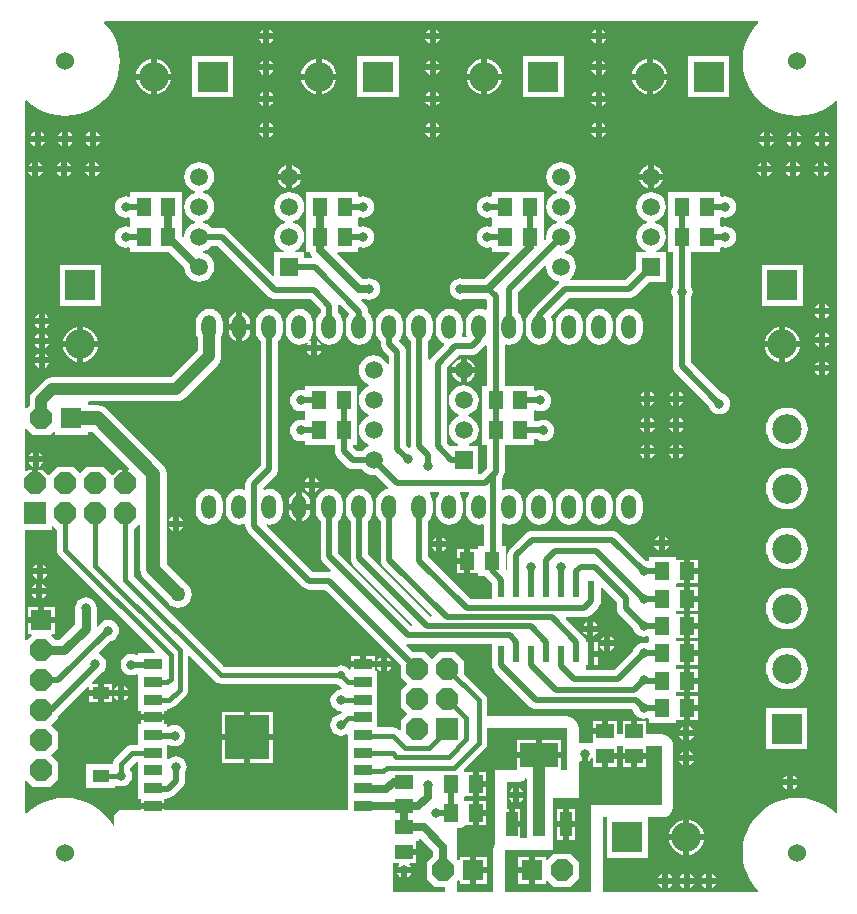
<source format=gtl>
G04*
G04 #@! TF.GenerationSoftware,Altium Limited,Altium Designer,18.1.8 (232)*
G04*
G04 Layer_Physical_Order=1*
G04 Layer_Color=255*
%FSLAX43Y43*%
%MOMM*%
G71*
G01*
G75*
%ADD18R,3.810X3.810*%
%ADD19R,1.485X0.900*%
%ADD20R,1.400X1.000*%
%ADD21R,1.300X1.500*%
%ADD22R,1.500X1.300*%
%ADD23R,0.600X1.450*%
%ADD24R,3.250X2.150*%
%ADD25R,1.000X2.150*%
%ADD50C,0.500*%
%ADD51C,0.700*%
%ADD52C,0.400*%
%ADD53C,1.000*%
%ADD54C,1.200*%
%ADD55C,0.800*%
%ADD56O,1.270X2.000*%
%ADD57P,1.948X8X22.5*%
%ADD58R,1.800X1.800*%
G04:AMPARAMS|DCode=59|XSize=1.8mm|YSize=1.8mm|CornerRadius=0mm|HoleSize=0mm|Usage=FLASHONLY|Rotation=0.000|XOffset=0mm|YOffset=0mm|HoleType=Round|Shape=RoundedRectangle|*
%AMROUNDEDRECTD59*
21,1,1.800,1.800,0,0,0.0*
21,1,1.800,1.800,0,0,0.0*
1,1,0.000,0.900,-0.900*
1,1,0.000,-0.900,-0.900*
1,1,0.000,-0.900,0.900*
1,1,0.000,0.900,0.900*
%
%ADD59ROUNDEDRECTD59*%
G04:AMPARAMS|DCode=60|XSize=1.8mm|YSize=1.8mm|CornerRadius=0mm|HoleSize=0mm|Usage=FLASHONLY|Rotation=90.000|XOffset=0mm|YOffset=0mm|HoleType=Round|Shape=RoundedRectangle|*
%AMROUNDEDRECTD60*
21,1,1.800,1.800,0,0,90.0*
21,1,1.800,1.800,0,0,90.0*
1,1,0.000,0.900,0.900*
1,1,0.000,0.900,-0.900*
1,1,0.000,-0.900,-0.900*
1,1,0.000,-0.900,0.900*
%
%ADD60ROUNDEDRECTD60*%
%ADD61P,1.948X8X112.5*%
%ADD62R,1.800X1.800*%
%ADD63C,1.500*%
%ADD64R,1.500X1.500*%
%ADD65C,1.524*%
%ADD66C,2.500*%
%ADD67R,2.500X2.500*%
%ADD68R,2.500X2.500*%
%ADD69C,0.800*%
%ADD70C,1.270*%
%ADD71C,0.700*%
G36*
X62624Y74361D02*
X62682Y74234D01*
X62321Y73823D01*
X61984Y73318D01*
X61716Y72774D01*
X61521Y72200D01*
X61403Y71605D01*
X61363Y71000D01*
X61403Y70395D01*
X61521Y69800D01*
X61716Y69226D01*
X61984Y68682D01*
X62321Y68177D01*
X62721Y67721D01*
X63177Y67321D01*
X63682Y66984D01*
X64226Y66716D01*
X64800Y66521D01*
X65395Y66403D01*
X66000Y66363D01*
X66605Y66403D01*
X67200Y66521D01*
X67774Y66716D01*
X68318Y66984D01*
X68823Y67321D01*
X69234Y67682D01*
X69361Y67624D01*
X69361Y7376D01*
X69234Y7318D01*
X68823Y7679D01*
X68318Y8016D01*
X67774Y8284D01*
X67200Y8479D01*
X66605Y8597D01*
X66000Y8637D01*
X65395Y8597D01*
X64800Y8479D01*
X64226Y8284D01*
X63682Y8016D01*
X63177Y7679D01*
X62721Y7279D01*
X62321Y6823D01*
X61984Y6318D01*
X61716Y5774D01*
X61521Y5200D01*
X61403Y4605D01*
X61363Y4000D01*
X61403Y3395D01*
X61521Y2800D01*
X61716Y2226D01*
X61984Y1682D01*
X62321Y1177D01*
X62682Y766D01*
X62624Y639D01*
X49509Y639D01*
Y6991D01*
X49843D01*
Y3550D01*
X53343D01*
Y6991D01*
X54500D01*
X54761Y7026D01*
X55004Y7127D01*
X55213Y7287D01*
X55374Y7496D01*
X55474Y7739D01*
X55509Y8000D01*
Y13000D01*
X55474Y13261D01*
X55374Y13504D01*
X55213Y13713D01*
X55004Y13873D01*
X54761Y13974D01*
X54500Y14009D01*
X53204D01*
Y15154D01*
X52454D01*
Y14250D01*
X51946D01*
Y15154D01*
X51196D01*
Y14009D01*
X50704D01*
Y15154D01*
X49954D01*
Y14250D01*
X49700D01*
Y13996D01*
X48696D01*
Y13346D01*
X48588Y13300D01*
X48450D01*
Y13300D01*
X48432Y13284D01*
X48244Y13309D01*
X47736D01*
X47594Y13290D01*
X47499Y13374D01*
Y14510D01*
X47464Y14771D01*
X47363Y15014D01*
X47203Y15223D01*
X46994Y15383D01*
X46751Y15484D01*
X46490Y15519D01*
X39710Y15519D01*
Y16876D01*
X39686Y17059D01*
X39615Y17229D01*
X39503Y17375D01*
X37740Y19138D01*
Y20240D01*
X37040Y20940D01*
X35640D01*
X35070Y20370D01*
X34500Y20940D01*
X33470D01*
X32879Y21531D01*
X32938Y21651D01*
X33058Y21636D01*
X33058Y21636D01*
X40140D01*
Y19595D01*
X40234D01*
X40285Y19472D01*
X40405Y19315D01*
X43365Y16355D01*
X43522Y16235D01*
X43704Y16159D01*
X43900Y16134D01*
X43900Y16134D01*
X52032D01*
X52102Y16063D01*
X52109Y16015D01*
X52199Y15796D01*
X52344Y15608D01*
X52532Y15464D01*
X52750Y15373D01*
X52985Y15342D01*
X53220Y15373D01*
X53294Y15404D01*
X53400Y15333D01*
Y15000D01*
X55700D01*
Y15138D01*
X55746Y15246D01*
X55827Y15246D01*
X56396D01*
Y16250D01*
Y17254D01*
X55804Y17254D01*
X55729Y17294D01*
X55700Y17362D01*
Y17448D01*
X55746Y17556D01*
X55827Y17556D01*
X56396D01*
Y18560D01*
Y19564D01*
X55804Y19564D01*
X55729Y19604D01*
X55700Y19672D01*
Y19758D01*
X55746Y19866D01*
X55827Y19866D01*
X56396D01*
Y20870D01*
Y21874D01*
X55804Y21874D01*
X55729Y21914D01*
X55700Y21982D01*
Y22068D01*
X55746Y22176D01*
X55827Y22176D01*
X56396D01*
Y23180D01*
Y24184D01*
X55807D01*
X55730Y24226D01*
X55703Y24293D01*
Y24378D01*
X55749Y24486D01*
X55830Y24486D01*
X56399D01*
Y25490D01*
Y26494D01*
X55830D01*
X55749Y26494D01*
X55703Y26602D01*
Y26687D01*
X55730Y26754D01*
X55807Y26796D01*
X55827D01*
X56396D01*
Y27800D01*
Y28804D01*
X55827D01*
X55746Y28804D01*
X55700Y28912D01*
Y29050D01*
X53400D01*
Y28717D01*
X53294Y28646D01*
X53220Y28677D01*
X53172Y28683D01*
X50820Y31035D01*
X50664Y31155D01*
X50481Y31231D01*
X50285Y31256D01*
X43540D01*
X43540Y31256D01*
X43344Y31231D01*
X43162Y31155D01*
X43005Y31035D01*
X43005Y31035D01*
X41675Y29705D01*
X41555Y29548D01*
X41479Y29366D01*
X41454Y29170D01*
Y27956D01*
X41327Y27888D01*
X41300Y27906D01*
Y29950D01*
X40975D01*
Y31830D01*
X41102Y31901D01*
X41324Y31809D01*
X41620Y31770D01*
X41916Y31809D01*
X42192Y31924D01*
X42429Y32106D01*
X42611Y32343D01*
X42726Y32619D01*
X42765Y32915D01*
Y33645D01*
X42726Y33941D01*
X42611Y34217D01*
X42429Y34454D01*
X42192Y34636D01*
X41916Y34751D01*
X41620Y34790D01*
X41324Y34751D01*
X41102Y34659D01*
X40975Y34730D01*
Y35666D01*
X40985Y35675D01*
X41105Y35832D01*
X41181Y36014D01*
X41206Y36210D01*
Y38500D01*
X43700D01*
Y38994D01*
X44010D01*
X44049Y38964D01*
X44267Y38873D01*
X44502Y38842D01*
X44737Y38873D01*
X44956Y38964D01*
X45144Y39108D01*
X45289Y39296D01*
X45379Y39515D01*
X45410Y39750D01*
X45379Y39985D01*
X45289Y40204D01*
X45144Y40392D01*
X44956Y40536D01*
X44737Y40627D01*
X44502Y40658D01*
X44267Y40627D01*
X44049Y40536D01*
X44010Y40506D01*
X43700D01*
Y41000D01*
X43700D01*
Y41034D01*
X43700D01*
Y41397D01*
X43714Y41416D01*
X43827Y41477D01*
X43995Y41407D01*
X44230Y41376D01*
X44465Y41407D01*
X44684Y41498D01*
X44872Y41642D01*
X45016Y41830D01*
X45107Y42049D01*
X45138Y42284D01*
X45107Y42519D01*
X45016Y42738D01*
X44872Y42926D01*
X44684Y43070D01*
X44465Y43161D01*
X44230Y43192D01*
X43995Y43161D01*
X43827Y43091D01*
X43714Y43152D01*
X43700Y43171D01*
Y43534D01*
X41206D01*
Y46983D01*
X41297Y47044D01*
X41333Y47048D01*
X41620Y47010D01*
X41916Y47049D01*
X42192Y47164D01*
X42429Y47346D01*
X42611Y47583D01*
X42726Y47859D01*
X42765Y48155D01*
Y48885D01*
X42726Y49181D01*
X42611Y49457D01*
X42429Y49694D01*
X42376Y49735D01*
Y51437D01*
X44621Y53681D01*
X44735Y53625D01*
X44729Y53580D01*
X44772Y53254D01*
X44898Y52950D01*
X45098Y52688D01*
X45360Y52488D01*
X45664Y52362D01*
X45775Y52347D01*
X45808Y52225D01*
X45795Y52215D01*
X43625Y50045D01*
X43505Y49888D01*
X43459Y49778D01*
X43351Y49694D01*
X43169Y49457D01*
X43054Y49181D01*
X43015Y48885D01*
Y48155D01*
X43054Y47859D01*
X43169Y47583D01*
X43351Y47346D01*
X43588Y47164D01*
X43864Y47049D01*
X44160Y47010D01*
X44456Y47049D01*
X44732Y47164D01*
X44969Y47346D01*
X45151Y47583D01*
X45266Y47859D01*
X45305Y48155D01*
Y48885D01*
X45266Y49181D01*
X45159Y49439D01*
X46643Y50924D01*
X51710D01*
X51906Y50949D01*
X52088Y51025D01*
X52245Y51145D01*
X53430Y52330D01*
X54860D01*
Y54830D01*
X54094D01*
X54069Y54957D01*
X54240Y55028D01*
X54502Y55228D01*
X54702Y55490D01*
X54828Y55794D01*
X54871Y56120D01*
X54828Y56446D01*
X54702Y56750D01*
X54502Y57012D01*
X54240Y57212D01*
X53968Y57325D01*
X53968Y57325D01*
Y57455D01*
X53968Y57455D01*
X54240Y57568D01*
X54502Y57768D01*
X54702Y58030D01*
X54828Y58334D01*
X54871Y58660D01*
X54828Y58986D01*
X54702Y59290D01*
X54502Y59552D01*
X54240Y59752D01*
X53936Y59878D01*
X53610Y59921D01*
X53284Y59878D01*
X52980Y59752D01*
X52718Y59552D01*
X52518Y59290D01*
X52392Y58986D01*
X52349Y58660D01*
X52392Y58334D01*
X52518Y58030D01*
X52718Y57768D01*
X52980Y57568D01*
X53252Y57455D01*
X53252Y57455D01*
Y57325D01*
X53252Y57325D01*
X52980Y57212D01*
X52718Y57012D01*
X52518Y56750D01*
X52392Y56446D01*
X52349Y56120D01*
X52392Y55794D01*
X52518Y55490D01*
X52718Y55228D01*
X52980Y55028D01*
X53151Y54957D01*
X53126Y54830D01*
X52360D01*
Y53400D01*
X51397Y52436D01*
X46762D01*
X46719Y52563D01*
X46882Y52688D01*
X47082Y52950D01*
X47208Y53254D01*
X47251Y53580D01*
X47208Y53906D01*
X47082Y54210D01*
X46882Y54472D01*
X46620Y54672D01*
X46348Y54785D01*
X46348Y54785D01*
Y54915D01*
X46348Y54915D01*
X46620Y55028D01*
X46882Y55228D01*
X47082Y55490D01*
X47208Y55794D01*
X47251Y56120D01*
X47208Y56446D01*
X47082Y56750D01*
X46882Y57012D01*
X46620Y57212D01*
X46348Y57325D01*
X46348Y57325D01*
Y57455D01*
X46348Y57455D01*
X46620Y57568D01*
X46882Y57768D01*
X47082Y58030D01*
X47208Y58334D01*
X47251Y58660D01*
X47208Y58986D01*
X47082Y59290D01*
X46882Y59552D01*
X46620Y59752D01*
X46348Y59865D01*
X46348Y59865D01*
Y59995D01*
X46348Y59995D01*
X46620Y60108D01*
X46882Y60308D01*
X47082Y60570D01*
X47208Y60874D01*
X47251Y61200D01*
X47208Y61526D01*
X47082Y61830D01*
X46882Y62092D01*
X46620Y62292D01*
X46316Y62418D01*
X45990Y62461D01*
X45664Y62418D01*
X45360Y62292D01*
X45098Y62092D01*
X44898Y61830D01*
X44772Y61526D01*
X44729Y61200D01*
X44772Y60874D01*
X44898Y60570D01*
X45098Y60308D01*
X45360Y60108D01*
X45632Y59995D01*
X45632Y59995D01*
Y59865D01*
X45632Y59865D01*
X45360Y59752D01*
X45098Y59552D01*
X44898Y59290D01*
X44772Y58986D01*
X44729Y58660D01*
X44772Y58334D01*
X44898Y58030D01*
X45098Y57768D01*
X45360Y57568D01*
X45632Y57455D01*
X45632Y57455D01*
Y57325D01*
X45632Y57325D01*
X45360Y57212D01*
X45098Y57012D01*
X44898Y56750D01*
X44772Y56446D01*
X44729Y56120D01*
X44751Y55951D01*
X44627Y55827D01*
X44510Y55876D01*
Y57370D01*
X44510D01*
Y57400D01*
X44510D01*
Y59900D01*
X40110D01*
Y59585D01*
X40004Y59515D01*
X39975Y59527D01*
X39740Y59558D01*
X39505Y59527D01*
X39286Y59436D01*
X39098Y59292D01*
X38954Y59104D01*
X38863Y58885D01*
X38832Y58650D01*
X38863Y58415D01*
X38954Y58196D01*
X39098Y58008D01*
X39286Y57864D01*
X39505Y57773D01*
X39740Y57742D01*
X39975Y57773D01*
X40004Y57785D01*
X40110Y57715D01*
Y57400D01*
X40110D01*
Y57370D01*
X40110D01*
Y57055D01*
X40004Y56985D01*
X39975Y56997D01*
X39740Y57028D01*
X39505Y56997D01*
X39286Y56906D01*
X39098Y56762D01*
X38954Y56574D01*
X38863Y56355D01*
X38832Y56120D01*
X38863Y55885D01*
X38954Y55666D01*
X39098Y55478D01*
X39286Y55334D01*
X39505Y55243D01*
X39740Y55212D01*
X39975Y55243D01*
X40004Y55255D01*
X40110Y55185D01*
Y54870D01*
X41620D01*
X41669Y54753D01*
X39483Y52567D01*
X37742D01*
X37695Y52587D01*
X37460Y52618D01*
X37225Y52587D01*
X37006Y52496D01*
X36818Y52352D01*
X36674Y52164D01*
X36583Y51945D01*
X36552Y51710D01*
X36583Y51475D01*
X36674Y51256D01*
X36818Y51068D01*
X37006Y50924D01*
X37225Y50833D01*
X37460Y50802D01*
X37695Y50833D01*
X37742Y50853D01*
X39626D01*
X39694Y50785D01*
Y49997D01*
X39567Y49912D01*
X39376Y49991D01*
X39080Y50030D01*
X38784Y49991D01*
X38508Y49876D01*
X38271Y49694D01*
X38089Y49457D01*
X37974Y49181D01*
X37935Y48885D01*
Y48155D01*
X37974Y47859D01*
X38027Y47732D01*
X37956Y47626D01*
X37664D01*
X37593Y47732D01*
X37646Y47859D01*
X37685Y48155D01*
Y48885D01*
X37646Y49181D01*
X37531Y49457D01*
X37349Y49694D01*
X37112Y49876D01*
X36836Y49991D01*
X36540Y50030D01*
X36244Y49991D01*
X35968Y49876D01*
X35731Y49694D01*
X35549Y49457D01*
X35434Y49181D01*
X35395Y48885D01*
Y48155D01*
X35434Y47859D01*
X35549Y47583D01*
X35731Y47346D01*
X35968Y47164D01*
X36078Y47118D01*
X36103Y46993D01*
X35005Y45895D01*
X34885Y45738D01*
X34883Y45735D01*
X34756Y45760D01*
Y47305D01*
X34809Y47346D01*
X34991Y47583D01*
X35106Y47859D01*
X35145Y48155D01*
Y48885D01*
X35106Y49181D01*
X34991Y49457D01*
X34809Y49694D01*
X34572Y49876D01*
X34296Y49991D01*
X34000Y50030D01*
X33704Y49991D01*
X33428Y49876D01*
X33191Y49694D01*
X33009Y49457D01*
X32894Y49181D01*
X32855Y48885D01*
Y48155D01*
X32894Y47859D01*
X33009Y47583D01*
X33191Y47346D01*
X33244Y47305D01*
Y38394D01*
X33254Y38311D01*
X33248Y38301D01*
X33135Y38245D01*
X32896Y38483D01*
Y46390D01*
X32871Y46586D01*
X32795Y46768D01*
X32675Y46925D01*
X32269Y47331D01*
X32269Y47346D01*
X32451Y47583D01*
X32566Y47859D01*
X32605Y48155D01*
Y48885D01*
X32566Y49181D01*
X32451Y49457D01*
X32269Y49694D01*
X32032Y49876D01*
X31756Y49991D01*
X31460Y50030D01*
X31164Y49991D01*
X30888Y49876D01*
X30651Y49694D01*
X30469Y49457D01*
X30354Y49181D01*
X30315Y48885D01*
Y48155D01*
X30354Y47859D01*
X30469Y47583D01*
X30651Y47346D01*
X30704Y47305D01*
Y47070D01*
X30729Y46874D01*
X30805Y46692D01*
X30925Y46535D01*
X31384Y46077D01*
Y45378D01*
X31257Y45353D01*
X31212Y45460D01*
X31012Y45722D01*
X30750Y45922D01*
X30446Y46048D01*
X30120Y46091D01*
X29794Y46048D01*
X29490Y45922D01*
X29228Y45722D01*
X29028Y45460D01*
X28902Y45156D01*
X28859Y44830D01*
X28902Y44504D01*
X29028Y44200D01*
X29228Y43938D01*
X29490Y43738D01*
X29762Y43625D01*
X29762Y43625D01*
Y43495D01*
X29762Y43495D01*
X29490Y43382D01*
X29228Y43182D01*
X29028Y42920D01*
X28902Y42616D01*
X28859Y42290D01*
X28902Y41964D01*
X29028Y41660D01*
X29228Y41398D01*
X29490Y41198D01*
X29762Y41085D01*
X29762Y41085D01*
Y40955D01*
X29762Y40955D01*
X29490Y40842D01*
X29228Y40642D01*
X29028Y40380D01*
X28902Y40076D01*
X28859Y39750D01*
X28902Y39424D01*
X29028Y39120D01*
X29228Y38858D01*
X29490Y38658D01*
X29762Y38545D01*
X29762Y38545D01*
Y38415D01*
X29762Y38415D01*
X29490Y38302D01*
X29228Y38102D01*
X29125Y37966D01*
X28683D01*
X28336Y38313D01*
Y38497D01*
X28730D01*
Y40997D01*
X28730D01*
Y41034D01*
X28730D01*
Y43534D01*
X24330D01*
Y43219D01*
X24224Y43149D01*
X24195Y43161D01*
X23960Y43192D01*
X23725Y43161D01*
X23506Y43070D01*
X23318Y42926D01*
X23174Y42738D01*
X23083Y42519D01*
X23052Y42284D01*
X23083Y42049D01*
X23174Y41830D01*
X23318Y41642D01*
X23506Y41498D01*
X23725Y41407D01*
X23960Y41376D01*
X24195Y41407D01*
X24224Y41419D01*
X24330Y41349D01*
Y41034D01*
X24330D01*
Y40997D01*
X24330D01*
Y40682D01*
X24224Y40612D01*
X24195Y40624D01*
X23960Y40655D01*
X23725Y40624D01*
X23506Y40533D01*
X23318Y40389D01*
X23174Y40201D01*
X23083Y39982D01*
X23052Y39747D01*
X23083Y39512D01*
X23174Y39293D01*
X23318Y39105D01*
X23506Y38961D01*
X23725Y38870D01*
X23960Y38839D01*
X24195Y38870D01*
X24224Y38882D01*
X24330Y38812D01*
Y38497D01*
X26824D01*
Y38000D01*
X26849Y37804D01*
X26925Y37622D01*
X27045Y37465D01*
X27835Y36675D01*
X27835Y36675D01*
X27992Y36555D01*
X28174Y36479D01*
X28370Y36454D01*
X29125D01*
X29228Y36318D01*
X29490Y36118D01*
X29794Y35992D01*
X30120Y35949D01*
X30289Y35971D01*
X31356Y34904D01*
X31310Y34770D01*
X31164Y34751D01*
X30888Y34636D01*
X30651Y34454D01*
X30469Y34217D01*
X30354Y33941D01*
X30315Y33645D01*
Y32915D01*
X30354Y32619D01*
X30469Y32343D01*
X30651Y32106D01*
X30704Y32065D01*
Y28750D01*
X30729Y28554D01*
X30805Y28372D01*
X30925Y28215D01*
X35062Y24078D01*
X35017Y23944D01*
X34954Y23935D01*
X29676Y29213D01*
Y32065D01*
X29729Y32106D01*
X29911Y32343D01*
X30026Y32619D01*
X30065Y32915D01*
Y33645D01*
X30026Y33941D01*
X29911Y34217D01*
X29729Y34454D01*
X29492Y34636D01*
X29216Y34751D01*
X28920Y34790D01*
X28624Y34751D01*
X28348Y34636D01*
X28111Y34454D01*
X27929Y34217D01*
X27814Y33941D01*
X27775Y33645D01*
Y32915D01*
X27814Y32619D01*
X27929Y32343D01*
X28111Y32106D01*
X28164Y32065D01*
Y28900D01*
X28189Y28704D01*
X28265Y28522D01*
X28385Y28365D01*
X33407Y23343D01*
X33363Y23207D01*
X33320Y23200D01*
X27136Y29383D01*
Y32065D01*
X27189Y32106D01*
X27371Y32343D01*
X27486Y32619D01*
X27525Y32915D01*
Y33645D01*
X27486Y33941D01*
X27371Y34217D01*
X27189Y34454D01*
X26952Y34636D01*
X26676Y34751D01*
X26380Y34790D01*
X26084Y34751D01*
X25808Y34636D01*
X25571Y34454D01*
X25389Y34217D01*
X25274Y33941D01*
X25235Y33645D01*
Y32915D01*
X25274Y32619D01*
X25389Y32343D01*
X25571Y32106D01*
X25624Y32065D01*
Y29070D01*
X25649Y28874D01*
X25725Y28692D01*
X25845Y28535D01*
X26499Y27881D01*
X26440Y27761D01*
X26320Y27776D01*
X24966D01*
X21070Y31672D01*
X21129Y31793D01*
X21300Y31770D01*
X21596Y31809D01*
X21872Y31924D01*
X22109Y32106D01*
X22291Y32343D01*
X22406Y32619D01*
X22445Y32915D01*
Y33645D01*
X22406Y33941D01*
X22291Y34217D01*
X22109Y34454D01*
X21872Y34636D01*
X21596Y34751D01*
X21300Y34790D01*
X21004Y34751D01*
X20917Y34715D01*
X20803Y34787D01*
X20796Y34887D01*
X21835Y35925D01*
X21955Y36082D01*
X22031Y36264D01*
X22056Y36460D01*
Y47305D01*
X22109Y47346D01*
X22291Y47583D01*
X22406Y47859D01*
X22445Y48155D01*
Y48885D01*
X22406Y49181D01*
X22291Y49457D01*
X22109Y49694D01*
X21872Y49876D01*
X21596Y49991D01*
X21300Y50030D01*
X21004Y49991D01*
X20728Y49876D01*
X20491Y49694D01*
X20309Y49457D01*
X20194Y49181D01*
X20155Y48885D01*
Y48155D01*
X20194Y47859D01*
X20309Y47583D01*
X20491Y47346D01*
X20544Y47305D01*
Y36773D01*
X19485Y35715D01*
X19365Y35558D01*
X19289Y35376D01*
X19264Y35180D01*
Y34779D01*
X19158Y34709D01*
X19056Y34751D01*
X18760Y34790D01*
X18464Y34751D01*
X18188Y34636D01*
X17951Y34454D01*
X17769Y34217D01*
X17654Y33941D01*
X17615Y33645D01*
Y32915D01*
X17654Y32619D01*
X17769Y32343D01*
X17951Y32106D01*
X18188Y31924D01*
X18464Y31809D01*
X18760Y31770D01*
X19056Y31809D01*
X19158Y31851D01*
X19264Y31781D01*
Y31653D01*
X19289Y31457D01*
X19365Y31274D01*
X19485Y31118D01*
X24118Y26485D01*
X24118Y26485D01*
X24274Y26365D01*
X24457Y26289D01*
X24653Y26264D01*
X24653Y26264D01*
X26007D01*
X32400Y19870D01*
Y18840D01*
X32970Y18270D01*
X32400Y17700D01*
Y16300D01*
X32970Y15730D01*
X32400Y15160D01*
Y14404D01*
X32283Y14356D01*
X32239Y14399D01*
X32093Y14512D01*
X31923Y14582D01*
X31740Y14606D01*
X30442D01*
Y16001D01*
Y17501D01*
Y19277D01*
X30442Y19337D01*
X30462Y19409D01*
X30472Y19417D01*
X30511Y19445D01*
X30591Y19430D01*
X30670Y19369D01*
X30746Y19337D01*
Y19686D01*
X30397D01*
X30429Y19610D01*
X30480Y19543D01*
X30477Y19503D01*
X30455Y19430D01*
X30441Y19414D01*
X30355Y19401D01*
X30286Y19401D01*
X30196Y19491D01*
Y19697D01*
X29200D01*
X28204D01*
Y19519D01*
X28077Y19475D01*
X27976Y19606D01*
X27799Y19742D01*
X27592Y19828D01*
X27370Y19857D01*
X27148Y19828D01*
X26941Y19742D01*
X26894Y19706D01*
X17492D01*
X9816Y27382D01*
Y31336D01*
X10253Y31773D01*
X10371Y31725D01*
Y27980D01*
X10408Y27693D01*
X10519Y27425D01*
X10695Y27195D01*
X12606Y25285D01*
X12771Y25071D01*
X13008Y24889D01*
X13284Y24774D01*
X13580Y24735D01*
X13876Y24774D01*
X14152Y24889D01*
X14389Y25071D01*
X14571Y25308D01*
X14686Y25584D01*
X14725Y25880D01*
X14686Y26176D01*
X14571Y26452D01*
X14389Y26689D01*
X14175Y26854D01*
X12589Y28440D01*
Y36060D01*
X12552Y36347D01*
X12441Y36615D01*
X12265Y36845D01*
X7575Y41535D01*
X7345Y41711D01*
X7077Y41822D01*
X6790Y41859D01*
X5940D01*
Y42150D01*
X6042Y42211D01*
X13409D01*
X13670Y42245D01*
X13913Y42346D01*
X14122Y42506D01*
X16933Y45317D01*
X17093Y45526D01*
X17194Y45770D01*
X17229Y46031D01*
Y47624D01*
X17326Y47859D01*
X17365Y48155D01*
Y48885D01*
X17326Y49181D01*
X17211Y49457D01*
X17029Y49694D01*
X16792Y49876D01*
X16516Y49991D01*
X16220Y50030D01*
X15924Y49991D01*
X15648Y49876D01*
X15411Y49694D01*
X15229Y49457D01*
X15114Y49181D01*
X15075Y48885D01*
Y48155D01*
X15114Y47859D01*
X15211Y47624D01*
Y46448D01*
X12991Y44228D01*
X2909D01*
X2648Y44194D01*
X2405Y44093D01*
X2196Y43933D01*
X1287Y43023D01*
X1127Y42814D01*
X1026Y42571D01*
X991Y42310D01*
Y41841D01*
X757Y41607D01*
X639Y41655D01*
X639Y67624D01*
X766Y67682D01*
X1177Y67321D01*
X1682Y66984D01*
X2226Y66716D01*
X2800Y66521D01*
X3395Y66403D01*
X4000Y66363D01*
X4605Y66403D01*
X5200Y66521D01*
X5774Y66716D01*
X6318Y66984D01*
X6823Y67321D01*
X7279Y67721D01*
X7679Y68177D01*
X8016Y68682D01*
X8284Y69226D01*
X8479Y69800D01*
X8597Y70395D01*
X8637Y71000D01*
X8597Y71605D01*
X8479Y72200D01*
X8284Y72774D01*
X8016Y73318D01*
X7679Y73823D01*
X7318Y74234D01*
X7376Y74361D01*
X62624Y74361D01*
D02*
G37*
G36*
X39694Y46884D02*
Y43534D01*
X39300D01*
Y41034D01*
X39300D01*
Y41000D01*
X39300D01*
Y38500D01*
X39694D01*
Y36523D01*
X39684Y36514D01*
X39684Y36514D01*
X39197Y36026D01*
X38990D01*
Y38460D01*
X38224D01*
X38199Y38587D01*
X38370Y38658D01*
X38632Y38858D01*
X38832Y39120D01*
X38958Y39424D01*
X39001Y39750D01*
X38958Y40076D01*
X38832Y40380D01*
X38632Y40642D01*
X38370Y40842D01*
X38098Y40955D01*
X38098Y40955D01*
Y41085D01*
X38098Y41085D01*
X38370Y41198D01*
X38632Y41398D01*
X38832Y41660D01*
X38958Y41964D01*
X39001Y42290D01*
X38958Y42616D01*
X38832Y42920D01*
X38632Y43182D01*
X38370Y43382D01*
X38066Y43508D01*
X37740Y43551D01*
X37414Y43508D01*
X37110Y43382D01*
X36848Y43182D01*
X36648Y42920D01*
X36522Y42616D01*
X36479Y42290D01*
X36522Y41964D01*
X36648Y41660D01*
X36848Y41398D01*
X37110Y41198D01*
X37382Y41085D01*
X37382Y41085D01*
Y40955D01*
X37382Y40955D01*
X37110Y40842D01*
X36848Y40642D01*
X36648Y40380D01*
X36522Y40076D01*
X36479Y39750D01*
X36522Y39424D01*
X36648Y39120D01*
X36848Y38858D01*
X37110Y38658D01*
X37281Y38587D01*
X37256Y38460D01*
X36530D01*
X36296Y38693D01*
Y45047D01*
X37363Y46114D01*
X38430D01*
X38626Y46139D01*
X38808Y46215D01*
X38965Y46335D01*
X39567Y46937D01*
X39694Y46884D01*
D02*
G37*
G36*
X1300Y39350D02*
X2700D01*
X3023Y39673D01*
X3140Y39624D01*
Y39350D01*
X5940D01*
Y39641D01*
X6330D01*
X9430Y36541D01*
X9381Y36424D01*
X9364D01*
Y35270D01*
X8856D01*
Y36424D01*
X8533D01*
X8047Y35938D01*
X7970Y35970D01*
X7270Y36670D01*
X5870D01*
X5300Y36100D01*
X4730Y36670D01*
X3330D01*
X2630Y35970D01*
X2553Y35938D01*
X2067Y36424D01*
X1744D01*
Y35270D01*
X1236D01*
Y36424D01*
X913D01*
X757Y36268D01*
X639Y36316D01*
X639Y39845D01*
X757Y39893D01*
X1300Y39350D01*
D02*
G37*
G36*
X38218Y34387D02*
X38089Y34217D01*
X37974Y33941D01*
X37935Y33645D01*
Y32915D01*
X37974Y32619D01*
X38089Y32343D01*
X38271Y32106D01*
X38508Y31924D01*
X38784Y31809D01*
X39080Y31770D01*
X39336Y31804D01*
X39463Y31724D01*
Y29950D01*
X39000D01*
Y29812D01*
X38954Y29704D01*
X38873Y29704D01*
X38304D01*
Y28700D01*
Y27696D01*
X38873D01*
X38954Y27696D01*
X39000Y27588D01*
Y27450D01*
X39550D01*
X39615Y27365D01*
X40140Y26840D01*
Y25436D01*
X38343D01*
X34756Y29023D01*
Y32065D01*
X34809Y32106D01*
X34991Y32343D01*
X35106Y32619D01*
X35145Y32915D01*
Y33645D01*
X35106Y33941D01*
X34991Y34217D01*
X34862Y34387D01*
X34924Y34514D01*
X35616D01*
X35678Y34387D01*
X35549Y34217D01*
X35434Y33941D01*
X35395Y33645D01*
Y32915D01*
X35434Y32619D01*
X35549Y32343D01*
X35731Y32106D01*
X35968Y31924D01*
X36244Y31809D01*
X36540Y31770D01*
X36836Y31809D01*
X37112Y31924D01*
X37349Y32106D01*
X37531Y32343D01*
X37646Y32619D01*
X37685Y32915D01*
Y33645D01*
X37646Y33941D01*
X37531Y34217D01*
X37402Y34387D01*
X37464Y34514D01*
X38156D01*
X38218Y34387D01*
D02*
G37*
G36*
X50744Y25217D02*
Y24669D01*
X50769Y24473D01*
X50845Y24291D01*
X50965Y24134D01*
X52102Y22997D01*
X52109Y22949D01*
X52199Y22730D01*
X52344Y22542D01*
X52532Y22397D01*
X52750Y22307D01*
X52985Y22276D01*
X53220Y22307D01*
X53294Y22337D01*
X53400Y22267D01*
Y21787D01*
X53294Y21716D01*
X53220Y21747D01*
X52985Y21778D01*
X52750Y21747D01*
X52532Y21656D01*
X52344Y21512D01*
X52199Y21324D01*
X52109Y21105D01*
X52102Y21057D01*
X50532Y19486D01*
X48135D01*
X48090Y19595D01*
X48090D01*
Y19841D01*
X48306D01*
Y20820D01*
Y21799D01*
X48090D01*
Y22045D01*
X48013D01*
X47945Y22208D01*
X47825Y22365D01*
X46384Y23806D01*
X46432Y23924D01*
X47970D01*
X48166Y23949D01*
X48348Y24025D01*
X48505Y24145D01*
X49095Y24735D01*
X49215Y24892D01*
X49279Y25045D01*
X49360D01*
Y26434D01*
X49477Y26483D01*
X50744Y25217D01*
D02*
G37*
G36*
X3324Y31336D02*
Y29640D01*
X3348Y29457D01*
X3419Y29287D01*
X3531Y29141D01*
X11653Y21019D01*
X11604Y20901D01*
X10172D01*
Y20753D01*
X10054Y20686D01*
X9835Y20777D01*
X9600Y20808D01*
X9365Y20777D01*
X9146Y20686D01*
X8958Y20542D01*
X8814Y20354D01*
X8723Y20135D01*
X8692Y19900D01*
X8723Y19665D01*
X8814Y19446D01*
X8958Y19258D01*
X9146Y19114D01*
X9365Y19023D01*
X9600Y18992D01*
X9835Y19023D01*
X10054Y19114D01*
X10172Y19047D01*
Y17501D01*
Y16001D01*
X10418D01*
Y15705D01*
X11415D01*
X12411D01*
Y16001D01*
X12657D01*
Y16194D01*
X12820D01*
X13003Y16218D01*
X13173Y16289D01*
X13319Y16401D01*
X14189Y17271D01*
X14301Y17417D01*
X14372Y17587D01*
X14396Y17770D01*
Y20640D01*
X14513Y20688D01*
X16701Y18501D01*
X16847Y18389D01*
X17017Y18318D01*
X17200Y18294D01*
X26894D01*
X26941Y18258D01*
X27148Y18172D01*
X27207Y18164D01*
X27446Y17926D01*
X27404Y17821D01*
X27391Y17805D01*
X27370Y17808D01*
X27135Y17777D01*
X26916Y17686D01*
X26728Y17542D01*
X26584Y17354D01*
X26493Y17135D01*
X26462Y16900D01*
X26493Y16665D01*
X26584Y16446D01*
X26728Y16258D01*
X26916Y16114D01*
X27135Y16023D01*
X27369Y15992D01*
X27369Y15992D01*
X27371Y15989D01*
X27423Y15871D01*
X27246Y15694D01*
X27115Y15677D01*
X26896Y15586D01*
X26708Y15442D01*
X26564Y15254D01*
X26473Y15035D01*
X26442Y14800D01*
X26473Y14565D01*
X26564Y14346D01*
X26708Y14158D01*
X26896Y14014D01*
X27115Y13923D01*
X27350Y13892D01*
X27585Y13923D01*
X27804Y14014D01*
X27844Y14044D01*
X27958Y13988D01*
Y13001D01*
Y11501D01*
Y10001D01*
Y8501D01*
Y7639D01*
X12411D01*
Y7697D01*
X11415D01*
X10418D01*
Y7639D01*
X8814D01*
X8569Y7591D01*
X8362Y7452D01*
X8223Y7245D01*
X8175Y7000D01*
Y6276D01*
X8051Y6247D01*
X8016Y6318D01*
X7679Y6823D01*
X7279Y7279D01*
X6823Y7679D01*
X6318Y8016D01*
X5774Y8284D01*
X5200Y8479D01*
X4605Y8597D01*
X4000Y8637D01*
X3395Y8597D01*
X2800Y8479D01*
X2226Y8284D01*
X1682Y8016D01*
X1177Y7679D01*
X766Y7318D01*
X639Y7376D01*
X639Y10045D01*
X757Y10093D01*
X1300Y9550D01*
X2700D01*
X3400Y10250D01*
Y11650D01*
X2830Y12220D01*
X3400Y12790D01*
Y14190D01*
X2830Y14760D01*
X3400Y15330D01*
Y15530D01*
X5929Y18059D01*
X6046Y18010D01*
Y17754D01*
X6746D01*
Y18254D01*
X6290D01*
X6241Y18371D01*
X7056Y19186D01*
X7202Y19298D01*
X7346Y19486D01*
X7437Y19705D01*
X7468Y19940D01*
X7437Y20175D01*
X7346Y20394D01*
X7202Y20582D01*
X7014Y20726D01*
X6888Y20778D01*
X6858Y20928D01*
X7837Y21907D01*
X7885Y21913D01*
X8104Y22004D01*
X8292Y22148D01*
X8436Y22336D01*
X8527Y22555D01*
X8558Y22790D01*
X8527Y23025D01*
X8436Y23244D01*
X8292Y23432D01*
X8104Y23576D01*
X7885Y23667D01*
X7650Y23698D01*
X7415Y23667D01*
X7196Y23576D01*
X7008Y23432D01*
X6864Y23244D01*
X6795Y23077D01*
X6668Y23102D01*
Y24700D01*
X6637Y24935D01*
X6546Y25154D01*
X6402Y25342D01*
X6214Y25486D01*
X5995Y25577D01*
X5760Y25608D01*
X5525Y25577D01*
X5306Y25486D01*
X5118Y25342D01*
X4974Y25154D01*
X4883Y24935D01*
X4852Y24700D01*
Y23326D01*
X3544Y22018D01*
X3192D01*
X2831Y22379D01*
X2880Y22496D01*
X3154D01*
Y23396D01*
X846D01*
Y22496D01*
X1120D01*
X1169Y22379D01*
X757Y21967D01*
X639Y22015D01*
X639Y31330D01*
X2890D01*
Y31604D01*
X3007Y31653D01*
X3324Y31336D01*
D02*
G37*
G36*
X54500Y8000D02*
X48500D01*
Y639D01*
X41260D01*
Y4200D01*
X45300D01*
Y8600D01*
X47500D01*
Y11692D01*
X47627Y11754D01*
X47660Y11729D01*
X47736Y11697D01*
Y12300D01*
X48244D01*
Y11697D01*
X48320Y11729D01*
X48456Y11834D01*
X48561Y11970D01*
X48569Y11989D01*
X48696Y11964D01*
Y11246D01*
X49446D01*
Y12150D01*
X49700D01*
Y12404D01*
X50704D01*
Y13000D01*
X51196D01*
Y12404D01*
X52200D01*
X53204D01*
Y13000D01*
X54500D01*
Y8000D01*
D02*
G37*
G36*
X46490Y10998D02*
X46069Y10994D01*
X45979Y11084D01*
Y11971D01*
X44100D01*
X42221D01*
Y10964D01*
X40400Y10950D01*
Y4722D01*
X40387Y4704D01*
X40286Y4461D01*
X40251Y4200D01*
Y639D01*
X37200D01*
Y1570D01*
X37299Y1669D01*
X37416Y1620D01*
Y1346D01*
X38316D01*
Y2500D01*
Y3654D01*
X37416D01*
Y3380D01*
X37299Y3331D01*
X37200Y3430D01*
Y6050D01*
X37600D01*
Y6122D01*
X37800D01*
Y6260D01*
X37846Y6368D01*
X37927Y6368D01*
X38496D01*
Y7372D01*
Y8376D01*
X37927D01*
X37846Y8376D01*
X37800Y8484D01*
Y8669D01*
X37846Y8777D01*
X37927Y8777D01*
X38496D01*
Y9781D01*
Y10785D01*
X37927D01*
X37846Y10785D01*
X37800Y10892D01*
Y11031D01*
X37800Y11031D01*
X37800D01*
X37879Y11120D01*
X39503Y12745D01*
X39615Y12891D01*
X39686Y13061D01*
X39710Y13244D01*
Y14510D01*
X46490Y14510D01*
Y10998D01*
D02*
G37*
G36*
X43091Y10247D02*
Y6375D01*
X43100Y6309D01*
Y5209D01*
X42554D01*
Y6121D01*
X41800D01*
Y6375D01*
X41546D01*
Y7704D01*
X41409D01*
Y9949D01*
X42229Y9956D01*
X42355Y9973D01*
X42482Y9990D01*
X42486Y9991D01*
X42490Y9992D01*
X42607Y10042D01*
X42725Y10091D01*
X42728Y10093D01*
X42732Y10095D01*
X42833Y10173D01*
X42934Y10251D01*
X42937Y10254D01*
X42940Y10257D01*
X42964Y10289D01*
X43091Y10247D01*
D02*
G37*
G36*
X35173Y4115D02*
Y3743D01*
X34630Y3200D01*
Y1800D01*
X35330Y1100D01*
X36191D01*
Y639D01*
X31739D01*
Y3146D01*
X32253D01*
X32296Y3019D01*
X32254Y2986D01*
X32149Y2850D01*
X32117Y2774D01*
X33323D01*
X33291Y2850D01*
X33186Y2986D01*
X33144Y3019D01*
X33187Y3146D01*
X33704D01*
Y3796D01*
X32700D01*
Y4304D01*
X33704D01*
Y4954D01*
X33812Y5000D01*
X33950D01*
Y5158D01*
X34077Y5211D01*
X35173Y4115D01*
D02*
G37*
%LPC*%
G36*
X49424Y73713D02*
Y73364D01*
X49773D01*
X49741Y73440D01*
X49636Y73576D01*
X49500Y73681D01*
X49424Y73713D01*
D02*
G37*
G36*
X48916D02*
X48840Y73681D01*
X48704Y73576D01*
X48599Y73440D01*
X48567Y73364D01*
X48916D01*
Y73713D01*
D02*
G37*
G36*
X35364D02*
Y73364D01*
X35712D01*
X35681Y73440D01*
X35576Y73576D01*
X35439Y73681D01*
X35364Y73713D01*
D02*
G37*
G36*
X34856D02*
X34780Y73681D01*
X34643Y73576D01*
X34538Y73440D01*
X34507Y73364D01*
X34856D01*
Y73713D01*
D02*
G37*
G36*
X21294D02*
Y73364D01*
X21643D01*
X21611Y73440D01*
X21506Y73576D01*
X21370Y73681D01*
X21294Y73713D01*
D02*
G37*
G36*
X20786D02*
X20710Y73681D01*
X20574Y73576D01*
X20469Y73440D01*
X20437Y73364D01*
X20786D01*
Y73713D01*
D02*
G37*
G36*
X49773Y72856D02*
X49424D01*
Y72507D01*
X49500Y72539D01*
X49636Y72644D01*
X49741Y72780D01*
X49773Y72856D01*
D02*
G37*
G36*
X48916D02*
X48567D01*
X48599Y72780D01*
X48704Y72644D01*
X48840Y72539D01*
X48916Y72507D01*
Y72856D01*
D02*
G37*
G36*
X35712D02*
X35364D01*
Y72507D01*
X35439Y72539D01*
X35576Y72644D01*
X35681Y72780D01*
X35712Y72856D01*
D02*
G37*
G36*
X34856D02*
X34507D01*
X34538Y72780D01*
X34643Y72644D01*
X34780Y72539D01*
X34856Y72507D01*
Y72856D01*
D02*
G37*
G36*
X21643D02*
X21294D01*
Y72507D01*
X21370Y72539D01*
X21506Y72644D01*
X21611Y72780D01*
X21643Y72856D01*
D02*
G37*
G36*
X20786D02*
X20437D01*
X20469Y72780D01*
X20574Y72644D01*
X20710Y72539D01*
X20786Y72507D01*
Y72856D01*
D02*
G37*
G36*
X49424Y71073D02*
Y70724D01*
X49773D01*
X49741Y70800D01*
X49636Y70936D01*
X49500Y71041D01*
X49424Y71073D01*
D02*
G37*
G36*
X48916D02*
X48840Y71041D01*
X48704Y70936D01*
X48599Y70800D01*
X48567Y70724D01*
X48916D01*
Y71073D01*
D02*
G37*
G36*
X35364D02*
Y70724D01*
X35712D01*
X35681Y70800D01*
X35576Y70936D01*
X35439Y71041D01*
X35364Y71073D01*
D02*
G37*
G36*
X34856D02*
X34780Y71041D01*
X34643Y70936D01*
X34538Y70800D01*
X34507Y70724D01*
X34856D01*
Y71073D01*
D02*
G37*
G36*
X21294D02*
Y70724D01*
X21643D01*
X21611Y70800D01*
X21506Y70936D01*
X21370Y71041D01*
X21294Y71073D01*
D02*
G37*
G36*
X20786D02*
X20710Y71041D01*
X20574Y70936D01*
X20469Y70800D01*
X20437Y70724D01*
X20786D01*
Y71073D01*
D02*
G37*
G36*
X39742Y71186D02*
Y69954D01*
X40974D01*
X40970Y69995D01*
X40884Y70278D01*
X40744Y70540D01*
X40556Y70769D01*
X40327Y70957D01*
X40066Y71096D01*
X39783Y71182D01*
X39742Y71186D01*
D02*
G37*
G36*
X39234Y71186D02*
X39193Y71182D01*
X38910Y71096D01*
X38648Y70957D01*
X38419Y70769D01*
X38231Y70540D01*
X38092Y70278D01*
X38006Y69995D01*
X38002Y69954D01*
X39234D01*
Y71186D01*
D02*
G37*
G36*
X53739Y71186D02*
Y69954D01*
X54972D01*
X54968Y69995D01*
X54882Y70278D01*
X54742Y70540D01*
X54554Y70769D01*
X54325Y70957D01*
X54064Y71096D01*
X53780Y71182D01*
X53739Y71186D01*
D02*
G37*
G36*
X25744D02*
Y69954D01*
X26977D01*
X26973Y69995D01*
X26887Y70278D01*
X26747Y70540D01*
X26559Y70769D01*
X26330Y70957D01*
X26069Y71096D01*
X25785Y71182D01*
X25744Y71186D01*
D02*
G37*
G36*
X53231Y71186D02*
X53191Y71182D01*
X52907Y71096D01*
X52646Y70957D01*
X52417Y70769D01*
X52229Y70540D01*
X52089Y70278D01*
X52003Y69995D01*
X51999Y69954D01*
X53231D01*
Y71186D01*
D02*
G37*
G36*
X25236D02*
X25195Y71182D01*
X24912Y71096D01*
X24651Y70957D01*
X24422Y70769D01*
X24234Y70540D01*
X24094Y70278D01*
X24008Y69995D01*
X24004Y69954D01*
X25236D01*
Y71186D01*
D02*
G37*
G36*
X11747Y71186D02*
Y69954D01*
X12979D01*
X12975Y69995D01*
X12889Y70278D01*
X12749Y70540D01*
X12561Y70769D01*
X12332Y70957D01*
X12071Y71096D01*
X11788Y71182D01*
X11747Y71186D01*
D02*
G37*
G36*
X11239Y71186D02*
X11198Y71182D01*
X10914Y71096D01*
X10653Y70957D01*
X10424Y70769D01*
X10236Y70540D01*
X10096Y70278D01*
X10010Y69995D01*
X10006Y69954D01*
X11239D01*
Y71186D01*
D02*
G37*
G36*
X49773Y70216D02*
X49424D01*
Y69867D01*
X49500Y69899D01*
X49636Y70004D01*
X49741Y70140D01*
X49773Y70216D01*
D02*
G37*
G36*
X48916D02*
X48567D01*
X48599Y70140D01*
X48704Y70004D01*
X48840Y69899D01*
X48916Y69867D01*
Y70216D01*
D02*
G37*
G36*
X35712D02*
X35364D01*
Y69867D01*
X35439Y69899D01*
X35576Y70004D01*
X35681Y70140D01*
X35712Y70216D01*
D02*
G37*
G36*
X34856D02*
X34507D01*
X34538Y70140D01*
X34643Y70004D01*
X34780Y69899D01*
X34856Y69867D01*
Y70216D01*
D02*
G37*
G36*
X21643D02*
X21294D01*
Y69867D01*
X21370Y69899D01*
X21506Y70004D01*
X21611Y70140D01*
X21643Y70216D01*
D02*
G37*
G36*
X20786D02*
X20437D01*
X20469Y70140D01*
X20574Y70004D01*
X20710Y69899D01*
X20786Y69867D01*
Y70216D01*
D02*
G37*
G36*
X11239Y69446D02*
X10006D01*
X10010Y69405D01*
X10096Y69122D01*
X10236Y68860D01*
X10424Y68631D01*
X10653Y68443D01*
X10914Y68304D01*
X11198Y68218D01*
X11239Y68214D01*
Y69446D01*
D02*
G37*
G36*
X53231Y69446D02*
X51999D01*
X52003Y69405D01*
X52089Y69122D01*
X52229Y68860D01*
X52417Y68631D01*
X52646Y68443D01*
X52907Y68304D01*
X53191Y68218D01*
X53231Y68214D01*
Y69446D01*
D02*
G37*
G36*
X25236D02*
X24004D01*
X24008Y69405D01*
X24094Y69122D01*
X24234Y68860D01*
X24422Y68631D01*
X24651Y68443D01*
X24912Y68304D01*
X25195Y68218D01*
X25236Y68214D01*
Y69446D01*
D02*
G37*
G36*
X39234Y69446D02*
X38002D01*
X38006Y69405D01*
X38092Y69122D01*
X38231Y68860D01*
X38419Y68631D01*
X38648Y68443D01*
X38910Y68304D01*
X39193Y68218D01*
X39234Y68214D01*
Y69446D01*
D02*
G37*
G36*
X40974D02*
X39742D01*
Y68214D01*
X39783Y68218D01*
X40066Y68304D01*
X40327Y68443D01*
X40556Y68631D01*
X40744Y68860D01*
X40884Y69122D01*
X40970Y69405D01*
X40974Y69446D01*
D02*
G37*
G36*
X54972Y69446D02*
X53739D01*
Y68214D01*
X53780Y68218D01*
X54064Y68304D01*
X54325Y68443D01*
X54554Y68631D01*
X54742Y68860D01*
X54882Y69122D01*
X54968Y69405D01*
X54972Y69446D01*
D02*
G37*
G36*
X26977D02*
X25744D01*
Y68214D01*
X25785Y68218D01*
X26069Y68304D01*
X26330Y68443D01*
X26559Y68631D01*
X26747Y68860D01*
X26887Y69122D01*
X26973Y69405D01*
X26977Y69446D01*
D02*
G37*
G36*
X12979Y69446D02*
X11747D01*
Y68214D01*
X11788Y68218D01*
X12071Y68304D01*
X12332Y68443D01*
X12561Y68631D01*
X12749Y68860D01*
X12889Y69122D01*
X12975Y69405D01*
X12979Y69446D01*
D02*
G37*
G36*
X49424Y68433D02*
Y68084D01*
X49773D01*
X49741Y68160D01*
X49636Y68296D01*
X49500Y68401D01*
X49424Y68433D01*
D02*
G37*
G36*
X48916D02*
X48840Y68401D01*
X48704Y68296D01*
X48599Y68160D01*
X48567Y68084D01*
X48916D01*
Y68433D01*
D02*
G37*
G36*
X35364D02*
Y68084D01*
X35712D01*
X35681Y68160D01*
X35576Y68296D01*
X35439Y68401D01*
X35364Y68433D01*
D02*
G37*
G36*
X34856D02*
X34780Y68401D01*
X34643Y68296D01*
X34538Y68160D01*
X34507Y68084D01*
X34856D01*
Y68433D01*
D02*
G37*
G36*
X21294D02*
Y68084D01*
X21643D01*
X21611Y68160D01*
X21506Y68296D01*
X21370Y68401D01*
X21294Y68433D01*
D02*
G37*
G36*
X20786D02*
X20710Y68401D01*
X20574Y68296D01*
X20469Y68160D01*
X20437Y68084D01*
X20786D01*
Y68433D01*
D02*
G37*
G36*
X60250Y71450D02*
X56750D01*
Y67950D01*
X60250D01*
Y71450D01*
D02*
G37*
G36*
X46252D02*
X42752D01*
Y67950D01*
X46252D01*
Y71450D01*
D02*
G37*
G36*
X32255D02*
X28755D01*
Y67950D01*
X32255D01*
Y71450D01*
D02*
G37*
G36*
X18257D02*
X14757D01*
Y67950D01*
X18257D01*
Y71450D01*
D02*
G37*
G36*
X49773Y67576D02*
X49424D01*
Y67227D01*
X49500Y67259D01*
X49636Y67364D01*
X49741Y67500D01*
X49773Y67576D01*
D02*
G37*
G36*
X48916D02*
X48567D01*
X48599Y67500D01*
X48704Y67364D01*
X48840Y67259D01*
X48916Y67227D01*
Y67576D01*
D02*
G37*
G36*
X35712D02*
X35364D01*
Y67227D01*
X35439Y67259D01*
X35576Y67364D01*
X35681Y67500D01*
X35712Y67576D01*
D02*
G37*
G36*
X34856D02*
X34507D01*
X34538Y67500D01*
X34643Y67364D01*
X34780Y67259D01*
X34856Y67227D01*
Y67576D01*
D02*
G37*
G36*
X21643D02*
X21294D01*
Y67227D01*
X21370Y67259D01*
X21506Y67364D01*
X21611Y67500D01*
X21643Y67576D01*
D02*
G37*
G36*
X20786D02*
X20437D01*
X20469Y67500D01*
X20574Y67364D01*
X20710Y67259D01*
X20786Y67227D01*
Y67576D01*
D02*
G37*
G36*
X49424Y65793D02*
Y65444D01*
X49773D01*
X49741Y65520D01*
X49636Y65656D01*
X49500Y65761D01*
X49424Y65793D01*
D02*
G37*
G36*
X48916D02*
X48840Y65761D01*
X48704Y65656D01*
X48599Y65520D01*
X48567Y65444D01*
X48916D01*
Y65793D01*
D02*
G37*
G36*
X35364D02*
Y65444D01*
X35712D01*
X35681Y65520D01*
X35576Y65656D01*
X35439Y65761D01*
X35364Y65793D01*
D02*
G37*
G36*
X34856D02*
X34780Y65761D01*
X34643Y65656D01*
X34538Y65520D01*
X34507Y65444D01*
X34856D01*
Y65793D01*
D02*
G37*
G36*
X21294D02*
Y65444D01*
X21643D01*
X21611Y65520D01*
X21506Y65656D01*
X21370Y65761D01*
X21294Y65793D01*
D02*
G37*
G36*
X20786D02*
X20710Y65761D01*
X20574Y65656D01*
X20469Y65520D01*
X20437Y65444D01*
X20786D01*
Y65793D01*
D02*
G37*
G36*
X6604Y65023D02*
Y64674D01*
X6953D01*
X6921Y64750D01*
X6816Y64886D01*
X6680Y64991D01*
X6604Y65023D01*
D02*
G37*
G36*
X6096D02*
X6020Y64991D01*
X5884Y64886D01*
X5779Y64750D01*
X5747Y64674D01*
X6096D01*
Y65023D01*
D02*
G37*
G36*
X4264D02*
Y64674D01*
X4613D01*
X4581Y64750D01*
X4476Y64886D01*
X4340Y64991D01*
X4264Y65023D01*
D02*
G37*
G36*
X3756D02*
X3680Y64991D01*
X3544Y64886D01*
X3439Y64750D01*
X3407Y64674D01*
X3756D01*
Y65023D01*
D02*
G37*
G36*
X1924D02*
Y64674D01*
X2273D01*
X2241Y64750D01*
X2136Y64886D01*
X2000Y64991D01*
X1924Y65023D01*
D02*
G37*
G36*
X1416D02*
X1340Y64991D01*
X1204Y64886D01*
X1099Y64750D01*
X1067Y64674D01*
X1416D01*
Y65023D01*
D02*
G37*
G36*
X68324Y65013D02*
Y64664D01*
X68673D01*
X68641Y64740D01*
X68536Y64876D01*
X68400Y64981D01*
X68324Y65013D01*
D02*
G37*
G36*
X67816D02*
X67740Y64981D01*
X67604Y64876D01*
X67499Y64740D01*
X67467Y64664D01*
X67816D01*
Y65013D01*
D02*
G37*
G36*
X65984D02*
Y64664D01*
X66333D01*
X66301Y64740D01*
X66196Y64876D01*
X66060Y64981D01*
X65984Y65013D01*
D02*
G37*
G36*
X65476D02*
X65400Y64981D01*
X65264Y64876D01*
X65159Y64740D01*
X65127Y64664D01*
X65476D01*
Y65013D01*
D02*
G37*
G36*
X63644D02*
Y64664D01*
X63993D01*
X63961Y64740D01*
X63856Y64876D01*
X63720Y64981D01*
X63644Y65013D01*
D02*
G37*
G36*
X63136D02*
X63060Y64981D01*
X62924Y64876D01*
X62819Y64740D01*
X62787Y64664D01*
X63136D01*
Y65013D01*
D02*
G37*
G36*
X49773Y64936D02*
X49424D01*
Y64587D01*
X49500Y64619D01*
X49636Y64724D01*
X49741Y64860D01*
X49773Y64936D01*
D02*
G37*
G36*
X48916D02*
X48567D01*
X48599Y64860D01*
X48704Y64724D01*
X48840Y64619D01*
X48916Y64587D01*
Y64936D01*
D02*
G37*
G36*
X35712D02*
X35364D01*
Y64587D01*
X35439Y64619D01*
X35576Y64724D01*
X35681Y64860D01*
X35712Y64936D01*
D02*
G37*
G36*
X34856D02*
X34507D01*
X34538Y64860D01*
X34643Y64724D01*
X34780Y64619D01*
X34856Y64587D01*
Y64936D01*
D02*
G37*
G36*
X21643D02*
X21294D01*
Y64587D01*
X21370Y64619D01*
X21506Y64724D01*
X21611Y64860D01*
X21643Y64936D01*
D02*
G37*
G36*
X20786D02*
X20437D01*
X20469Y64860D01*
X20574Y64724D01*
X20710Y64619D01*
X20786Y64587D01*
Y64936D01*
D02*
G37*
G36*
X6953Y64166D02*
X6604D01*
Y63817D01*
X6680Y63849D01*
X6816Y63954D01*
X6921Y64090D01*
X6953Y64166D01*
D02*
G37*
G36*
X6096D02*
X5747D01*
X5779Y64090D01*
X5884Y63954D01*
X6020Y63849D01*
X6096Y63817D01*
Y64166D01*
D02*
G37*
G36*
X4613D02*
X4264D01*
Y63817D01*
X4340Y63849D01*
X4476Y63954D01*
X4581Y64090D01*
X4613Y64166D01*
D02*
G37*
G36*
X3756D02*
X3407D01*
X3439Y64090D01*
X3544Y63954D01*
X3680Y63849D01*
X3756Y63817D01*
Y64166D01*
D02*
G37*
G36*
X2273D02*
X1924D01*
Y63817D01*
X2000Y63849D01*
X2136Y63954D01*
X2241Y64090D01*
X2273Y64166D01*
D02*
G37*
G36*
X1416D02*
X1067D01*
X1099Y64090D01*
X1204Y63954D01*
X1340Y63849D01*
X1416Y63817D01*
Y64166D01*
D02*
G37*
G36*
X68673Y64156D02*
X68324D01*
Y63807D01*
X68400Y63839D01*
X68536Y63944D01*
X68641Y64080D01*
X68673Y64156D01*
D02*
G37*
G36*
X67816D02*
X67467D01*
X67499Y64080D01*
X67604Y63944D01*
X67740Y63839D01*
X67816Y63807D01*
Y64156D01*
D02*
G37*
G36*
X66333D02*
X65984D01*
Y63807D01*
X66060Y63839D01*
X66196Y63944D01*
X66301Y64080D01*
X66333Y64156D01*
D02*
G37*
G36*
X65476D02*
X65127D01*
X65159Y64080D01*
X65264Y63944D01*
X65400Y63839D01*
X65476Y63807D01*
Y64156D01*
D02*
G37*
G36*
X63993D02*
X63644D01*
Y63807D01*
X63720Y63839D01*
X63856Y63944D01*
X63961Y64080D01*
X63993Y64156D01*
D02*
G37*
G36*
X63136D02*
X62787D01*
X62819Y64080D01*
X62924Y63944D01*
X63060Y63839D01*
X63136Y63807D01*
Y64156D01*
D02*
G37*
G36*
X6572Y62473D02*
Y62124D01*
X6921D01*
X6890Y62200D01*
X6785Y62336D01*
X6648Y62441D01*
X6572Y62473D01*
D02*
G37*
G36*
X6064D02*
X5989Y62441D01*
X5852Y62336D01*
X5747Y62200D01*
X5716Y62124D01*
X6064D01*
Y62473D01*
D02*
G37*
G36*
X4158D02*
Y62124D01*
X4507D01*
X4476Y62200D01*
X4371Y62336D01*
X4234Y62441D01*
X4158Y62473D01*
D02*
G37*
G36*
X3650D02*
X3574Y62441D01*
X3438Y62336D01*
X3333Y62200D01*
X3302Y62124D01*
X3650D01*
Y62473D01*
D02*
G37*
G36*
X1744D02*
Y62124D01*
X2093D01*
X2061Y62200D01*
X1956Y62336D01*
X1820Y62441D01*
X1744Y62473D01*
D02*
G37*
G36*
X1236D02*
X1160Y62441D01*
X1024Y62336D01*
X919Y62200D01*
X887Y62124D01*
X1236D01*
Y62473D01*
D02*
G37*
G36*
X68292Y62463D02*
Y62114D01*
X68641D01*
X68610Y62190D01*
X68505Y62326D01*
X68368Y62431D01*
X68292Y62463D01*
D02*
G37*
G36*
X67784D02*
X67709Y62431D01*
X67572Y62326D01*
X67467Y62190D01*
X67436Y62114D01*
X67784D01*
Y62463D01*
D02*
G37*
G36*
X65878D02*
Y62114D01*
X66227D01*
X66196Y62190D01*
X66091Y62326D01*
X65954Y62431D01*
X65878Y62463D01*
D02*
G37*
G36*
X65370D02*
X65294Y62431D01*
X65158Y62326D01*
X65053Y62190D01*
X65022Y62114D01*
X65370D01*
Y62463D01*
D02*
G37*
G36*
X63464D02*
Y62114D01*
X63813D01*
X63781Y62190D01*
X63676Y62326D01*
X63540Y62431D01*
X63464Y62463D01*
D02*
G37*
G36*
X62956D02*
X62880Y62431D01*
X62744Y62326D01*
X62639Y62190D01*
X62607Y62114D01*
X62956D01*
Y62463D01*
D02*
G37*
G36*
X23224Y62179D02*
Y61454D01*
X23949D01*
X23948Y61462D01*
X23847Y61706D01*
X23686Y61916D01*
X23476Y62077D01*
X23232Y62178D01*
X23224Y62179D01*
D02*
G37*
G36*
X53864D02*
Y61454D01*
X54589D01*
X54588Y61462D01*
X54487Y61706D01*
X54326Y61916D01*
X54116Y62077D01*
X53872Y62178D01*
X53864Y62179D01*
D02*
G37*
G36*
X22716Y62179D02*
X22708Y62178D01*
X22464Y62077D01*
X22254Y61916D01*
X22093Y61706D01*
X21992Y61462D01*
X21991Y61454D01*
X22716D01*
Y62179D01*
D02*
G37*
G36*
X53356D02*
X53348Y62178D01*
X53104Y62077D01*
X52894Y61916D01*
X52733Y61706D01*
X52632Y61462D01*
X52631Y61454D01*
X53356D01*
Y62179D01*
D02*
G37*
G36*
X6921Y61616D02*
X6572D01*
Y61267D01*
X6648Y61299D01*
X6785Y61404D01*
X6890Y61540D01*
X6921Y61616D01*
D02*
G37*
G36*
X6064D02*
X5716D01*
X5747Y61540D01*
X5852Y61404D01*
X5989Y61299D01*
X6064Y61267D01*
Y61616D01*
D02*
G37*
G36*
X4507D02*
X4158D01*
Y61267D01*
X4234Y61299D01*
X4371Y61404D01*
X4476Y61540D01*
X4507Y61616D01*
D02*
G37*
G36*
X3650D02*
X3302D01*
X3333Y61540D01*
X3438Y61404D01*
X3574Y61299D01*
X3650Y61267D01*
Y61616D01*
D02*
G37*
G36*
X2093D02*
X1744D01*
Y61267D01*
X1820Y61299D01*
X1956Y61404D01*
X2061Y61540D01*
X2093Y61616D01*
D02*
G37*
G36*
X1236D02*
X887D01*
X919Y61540D01*
X1024Y61404D01*
X1160Y61299D01*
X1236Y61267D01*
Y61616D01*
D02*
G37*
G36*
X68641Y61606D02*
X68292D01*
Y61257D01*
X68368Y61289D01*
X68505Y61394D01*
X68610Y61530D01*
X68641Y61606D01*
D02*
G37*
G36*
X67784D02*
X67436D01*
X67467Y61530D01*
X67572Y61394D01*
X67709Y61289D01*
X67784Y61257D01*
Y61606D01*
D02*
G37*
G36*
X66227D02*
X65878D01*
Y61257D01*
X65954Y61289D01*
X66091Y61394D01*
X66196Y61530D01*
X66227Y61606D01*
D02*
G37*
G36*
X65370D02*
X65022D01*
X65053Y61530D01*
X65158Y61394D01*
X65294Y61289D01*
X65370Y61257D01*
Y61606D01*
D02*
G37*
G36*
X63813D02*
X63464D01*
Y61257D01*
X63540Y61289D01*
X63676Y61394D01*
X63781Y61530D01*
X63813Y61606D01*
D02*
G37*
G36*
X62956D02*
X62607D01*
X62639Y61530D01*
X62744Y61394D01*
X62880Y61289D01*
X62956Y61257D01*
Y61606D01*
D02*
G37*
G36*
X53356Y60946D02*
X52631D01*
X52632Y60938D01*
X52733Y60694D01*
X52894Y60484D01*
X53104Y60323D01*
X53348Y60222D01*
X53356Y60221D01*
Y60946D01*
D02*
G37*
G36*
X22716D02*
X21991D01*
X21992Y60938D01*
X22093Y60694D01*
X22254Y60484D01*
X22464Y60323D01*
X22708Y60222D01*
X22716Y60221D01*
Y60946D01*
D02*
G37*
G36*
X54589D02*
X53864D01*
Y60221D01*
X53872Y60222D01*
X54116Y60323D01*
X54326Y60484D01*
X54487Y60694D01*
X54588Y60938D01*
X54589Y60946D01*
D02*
G37*
G36*
X23949D02*
X23224D01*
Y60221D01*
X23232Y60222D01*
X23476Y60323D01*
X23686Y60484D01*
X23847Y60694D01*
X23948Y60938D01*
X23949Y60946D01*
D02*
G37*
G36*
X59470Y59900D02*
X55070D01*
Y57400D01*
X55070D01*
Y57370D01*
X55070D01*
Y54870D01*
X55464D01*
Y51943D01*
X55434Y51904D01*
X55343Y51685D01*
X55312Y51450D01*
X55343Y51215D01*
X55434Y50996D01*
X55464Y50957D01*
Y45170D01*
X55489Y44974D01*
X55565Y44792D01*
X55685Y44635D01*
X58507Y41813D01*
X58513Y41765D01*
X58604Y41546D01*
X58748Y41358D01*
X58936Y41214D01*
X59155Y41123D01*
X59390Y41092D01*
X59625Y41123D01*
X59844Y41214D01*
X60032Y41358D01*
X60176Y41546D01*
X60267Y41765D01*
X60298Y42000D01*
X60267Y42235D01*
X60176Y42454D01*
X60032Y42642D01*
X59844Y42786D01*
X59625Y42877D01*
X59577Y42883D01*
X56976Y45483D01*
Y50957D01*
X57006Y50996D01*
X57097Y51215D01*
X57128Y51450D01*
X57097Y51685D01*
X57006Y51904D01*
X56976Y51943D01*
Y54870D01*
X59470D01*
Y55210D01*
X59576Y55280D01*
X59665Y55243D01*
X59900Y55212D01*
X60135Y55243D01*
X60354Y55334D01*
X60542Y55478D01*
X60686Y55666D01*
X60777Y55885D01*
X60808Y56120D01*
X60777Y56355D01*
X60686Y56574D01*
X60542Y56762D01*
X60354Y56906D01*
X60135Y56997D01*
X59900Y57028D01*
X59665Y56997D01*
X59576Y56960D01*
X59470Y57030D01*
Y57370D01*
X59470D01*
Y57400D01*
X59470D01*
Y57740D01*
X59576Y57810D01*
X59665Y57773D01*
X59900Y57742D01*
X60135Y57773D01*
X60354Y57864D01*
X60542Y58008D01*
X60686Y58196D01*
X60777Y58415D01*
X60808Y58650D01*
X60777Y58885D01*
X60686Y59104D01*
X60542Y59292D01*
X60354Y59436D01*
X60135Y59527D01*
X59900Y59558D01*
X59665Y59527D01*
X59576Y59490D01*
X59470Y59560D01*
Y59900D01*
D02*
G37*
G36*
X15350Y62461D02*
X15024Y62418D01*
X14720Y62292D01*
X14458Y62092D01*
X14258Y61830D01*
X14132Y61526D01*
X14089Y61200D01*
X14132Y60874D01*
X14258Y60570D01*
X14458Y60308D01*
X14720Y60108D01*
X14992Y59995D01*
X14992Y59995D01*
Y59865D01*
X14992Y59865D01*
X14720Y59752D01*
X14458Y59552D01*
X14258Y59290D01*
X14132Y58986D01*
X14089Y58660D01*
X14132Y58334D01*
X14258Y58030D01*
X14458Y57768D01*
X14720Y57568D01*
X14992Y57455D01*
X14992Y57455D01*
Y57325D01*
X14992Y57325D01*
X14720Y57212D01*
X14458Y57012D01*
X14258Y56750D01*
X14132Y56446D01*
X14094Y56158D01*
X13973Y56099D01*
X13890Y56182D01*
Y57370D01*
X13890D01*
Y57400D01*
X13890D01*
Y59900D01*
X9490D01*
Y59604D01*
X9390Y59524D01*
X9363Y59527D01*
X9130Y59558D01*
X8895Y59527D01*
X8676Y59436D01*
X8488Y59292D01*
X8344Y59104D01*
X8253Y58885D01*
X8222Y58650D01*
X8253Y58415D01*
X8344Y58196D01*
X8488Y58008D01*
X8676Y57864D01*
X8895Y57773D01*
X9130Y57742D01*
X9363Y57773D01*
X9390Y57776D01*
X9490Y57696D01*
Y57400D01*
X9490D01*
Y57370D01*
X9490D01*
Y57074D01*
X9390Y56994D01*
X9363Y56997D01*
X9130Y57028D01*
X8895Y56997D01*
X8676Y56906D01*
X8488Y56762D01*
X8344Y56574D01*
X8253Y56355D01*
X8222Y56120D01*
X8253Y55885D01*
X8344Y55666D01*
X8488Y55478D01*
X8676Y55334D01*
X8895Y55243D01*
X9130Y55212D01*
X9363Y55243D01*
X9390Y55246D01*
X9490Y55166D01*
Y54870D01*
X12778D01*
X14092Y53555D01*
X14132Y53254D01*
X14258Y52950D01*
X14458Y52688D01*
X14720Y52488D01*
X15024Y52362D01*
X15350Y52319D01*
X15676Y52362D01*
X15980Y52488D01*
X16242Y52688D01*
X16442Y52950D01*
X16568Y53254D01*
X16611Y53580D01*
X16568Y53906D01*
X16442Y54210D01*
X16242Y54472D01*
X15980Y54672D01*
X15708Y54785D01*
X15708Y54785D01*
Y54915D01*
X15708Y54915D01*
X15980Y55028D01*
X16242Y55228D01*
X16345Y55364D01*
X16937D01*
X21235Y51065D01*
X21392Y50945D01*
X21574Y50869D01*
X21770Y50844D01*
X21770Y50844D01*
X24767D01*
X25624Y49987D01*
Y49735D01*
X25571Y49694D01*
X25389Y49457D01*
X25274Y49181D01*
X25235Y48885D01*
Y48155D01*
X25274Y47859D01*
X25389Y47583D01*
X25571Y47346D01*
X25808Y47164D01*
X26084Y47049D01*
X26380Y47010D01*
X26676Y47049D01*
X26952Y47164D01*
X27189Y47346D01*
X27371Y47583D01*
X27486Y47859D01*
X27525Y48155D01*
Y48885D01*
X27486Y49181D01*
X27371Y49457D01*
X27189Y49694D01*
X27136Y49735D01*
Y50300D01*
X27131Y50343D01*
X27251Y50403D01*
X28045Y49609D01*
X27929Y49457D01*
X27814Y49181D01*
X27775Y48885D01*
Y48155D01*
X27814Y47859D01*
X27929Y47583D01*
X28111Y47346D01*
X28348Y47164D01*
X28624Y47049D01*
X28920Y47010D01*
X29216Y47049D01*
X29492Y47164D01*
X29729Y47346D01*
X29911Y47583D01*
X30026Y47859D01*
X30065Y48155D01*
Y48885D01*
X30026Y49181D01*
X29911Y49457D01*
X29729Y49694D01*
X29676Y49735D01*
Y49804D01*
X29651Y49999D01*
X29575Y50182D01*
X29455Y50338D01*
X29455Y50338D01*
X29058Y50735D01*
X29107Y50853D01*
X29468D01*
X29515Y50833D01*
X29750Y50802D01*
X29985Y50833D01*
X30204Y50924D01*
X30392Y51068D01*
X30536Y51256D01*
X30627Y51475D01*
X30658Y51710D01*
X30627Y51945D01*
X30536Y52164D01*
X30392Y52352D01*
X30204Y52496D01*
X29985Y52587D01*
X29750Y52618D01*
X29515Y52587D01*
X29468Y52567D01*
X29245D01*
X27060Y54753D01*
X27108Y54870D01*
X28830D01*
Y55206D01*
X28936Y55276D01*
X29015Y55243D01*
X29250Y55212D01*
X29485Y55243D01*
X29704Y55334D01*
X29892Y55478D01*
X30036Y55666D01*
X30127Y55885D01*
X30158Y56120D01*
X30127Y56355D01*
X30036Y56574D01*
X29892Y56762D01*
X29704Y56906D01*
X29485Y56997D01*
X29250Y57028D01*
X29015Y56997D01*
X28936Y56964D01*
X28830Y57034D01*
Y57370D01*
X28830D01*
Y57400D01*
X28830D01*
Y57736D01*
X28936Y57806D01*
X29015Y57773D01*
X29250Y57742D01*
X29485Y57773D01*
X29704Y57864D01*
X29892Y58008D01*
X30036Y58196D01*
X30127Y58415D01*
X30158Y58650D01*
X30127Y58885D01*
X30036Y59104D01*
X29892Y59292D01*
X29704Y59436D01*
X29485Y59527D01*
X29250Y59558D01*
X29015Y59527D01*
X28936Y59494D01*
X28830Y59564D01*
Y59900D01*
X24430D01*
Y57400D01*
X24430D01*
Y57370D01*
X24430D01*
Y54870D01*
X24742D01*
X24752Y54798D01*
X24838Y54591D01*
X24936Y54463D01*
X24873Y54336D01*
X24220D01*
Y54830D01*
X23454D01*
X23429Y54957D01*
X23600Y55028D01*
X23862Y55228D01*
X24062Y55490D01*
X24188Y55794D01*
X24231Y56120D01*
X24188Y56446D01*
X24062Y56750D01*
X23862Y57012D01*
X23600Y57212D01*
X23328Y57325D01*
X23328Y57325D01*
Y57455D01*
X23328Y57455D01*
X23600Y57568D01*
X23862Y57768D01*
X24062Y58030D01*
X24188Y58334D01*
X24231Y58660D01*
X24188Y58986D01*
X24062Y59290D01*
X23862Y59552D01*
X23600Y59752D01*
X23296Y59878D01*
X22970Y59921D01*
X22644Y59878D01*
X22340Y59752D01*
X22078Y59552D01*
X21878Y59290D01*
X21752Y58986D01*
X21709Y58660D01*
X21752Y58334D01*
X21878Y58030D01*
X22078Y57768D01*
X22340Y57568D01*
X22612Y57455D01*
X22612Y57455D01*
Y57325D01*
X22612Y57325D01*
X22340Y57212D01*
X22078Y57012D01*
X21878Y56750D01*
X21752Y56446D01*
X21709Y56120D01*
X21752Y55794D01*
X21878Y55490D01*
X22078Y55228D01*
X22340Y55028D01*
X22511Y54957D01*
X22486Y54830D01*
X21720D01*
Y52886D01*
X21603Y52837D01*
X17785Y56655D01*
X17628Y56775D01*
X17446Y56851D01*
X17250Y56876D01*
X16345D01*
X16242Y57012D01*
X15980Y57212D01*
X15708Y57325D01*
X15708Y57325D01*
Y57455D01*
X15708Y57455D01*
X15980Y57568D01*
X16242Y57768D01*
X16442Y58030D01*
X16568Y58334D01*
X16611Y58660D01*
X16568Y58986D01*
X16442Y59290D01*
X16242Y59552D01*
X15980Y59752D01*
X15708Y59865D01*
X15708Y59865D01*
Y59995D01*
X15708Y59995D01*
X15980Y60108D01*
X16242Y60308D01*
X16442Y60570D01*
X16568Y60874D01*
X16611Y61200D01*
X16568Y61526D01*
X16442Y61830D01*
X16242Y62092D01*
X15980Y62292D01*
X15676Y62418D01*
X15350Y62461D01*
D02*
G37*
G36*
X66469Y53777D02*
X62969D01*
Y50277D01*
X66469D01*
Y53777D01*
D02*
G37*
G36*
X7050D02*
X3550D01*
Y50277D01*
X7050D01*
Y53777D01*
D02*
G37*
G36*
X68354Y50433D02*
Y50084D01*
X68703D01*
X68671Y50160D01*
X68566Y50296D01*
X68430Y50401D01*
X68354Y50433D01*
D02*
G37*
G36*
X67846D02*
X67770Y50401D01*
X67634Y50296D01*
X67529Y50160D01*
X67497Y50084D01*
X67846D01*
Y50433D01*
D02*
G37*
G36*
X2274Y49593D02*
Y49244D01*
X2623D01*
X2591Y49320D01*
X2486Y49456D01*
X2350Y49561D01*
X2274Y49593D01*
D02*
G37*
G36*
X1766D02*
X1690Y49561D01*
X1554Y49456D01*
X1449Y49320D01*
X1417Y49244D01*
X1766D01*
Y49593D01*
D02*
G37*
G36*
X68703Y49576D02*
X68354D01*
Y49227D01*
X68430Y49259D01*
X68566Y49364D01*
X68671Y49500D01*
X68703Y49576D01*
D02*
G37*
G36*
X67846D02*
X67497D01*
X67529Y49500D01*
X67634Y49364D01*
X67770Y49259D01*
X67846Y49227D01*
Y49576D01*
D02*
G37*
G36*
X19014Y49742D02*
Y48774D01*
X19657D01*
Y48885D01*
X19626Y49117D01*
X19537Y49333D01*
X19394Y49519D01*
X19208Y49662D01*
X19014Y49742D01*
D02*
G37*
G36*
X18506D02*
X18312Y49662D01*
X18126Y49519D01*
X17983Y49333D01*
X17894Y49117D01*
X17863Y48885D01*
Y48774D01*
X18506D01*
Y49742D01*
D02*
G37*
G36*
X2623Y48736D02*
X2274D01*
Y48387D01*
X2350Y48419D01*
X2486Y48524D01*
X2591Y48660D01*
X2623Y48736D01*
D02*
G37*
G36*
X1766D02*
X1417D01*
X1449Y48660D01*
X1554Y48524D01*
X1690Y48419D01*
X1766Y48387D01*
Y48736D01*
D02*
G37*
G36*
X68354Y48018D02*
Y47670D01*
X68703D01*
X68671Y47746D01*
X68566Y47882D01*
X68430Y47987D01*
X68354Y48018D01*
D02*
G37*
G36*
X67846D02*
X67770Y47987D01*
X67634Y47882D01*
X67529Y47746D01*
X67497Y47670D01*
X67846D01*
Y48018D01*
D02*
G37*
G36*
X2274Y47928D02*
Y47579D01*
X2623D01*
X2591Y47655D01*
X2486Y47791D01*
X2350Y47896D01*
X2274Y47928D01*
D02*
G37*
G36*
X1766D02*
X1690Y47896D01*
X1554Y47791D01*
X1449Y47655D01*
X1417Y47579D01*
X1766D01*
Y47928D01*
D02*
G37*
G36*
X19657Y48266D02*
X19014D01*
Y47298D01*
X19208Y47378D01*
X19394Y47521D01*
X19537Y47707D01*
X19626Y47923D01*
X19657Y48155D01*
Y48266D01*
D02*
G37*
G36*
X18506D02*
X17863D01*
Y48155D01*
X17894Y47923D01*
X17983Y47707D01*
X18126Y47521D01*
X18312Y47378D01*
X18506Y47298D01*
Y48266D01*
D02*
G37*
G36*
X64973Y48499D02*
Y47267D01*
X66205D01*
X66201Y47308D01*
X66115Y47591D01*
X65976Y47852D01*
X65788Y48081D01*
X65559Y48269D01*
X65297Y48409D01*
X65014Y48495D01*
X64973Y48499D01*
D02*
G37*
G36*
X64465D02*
X64424Y48495D01*
X64141Y48409D01*
X63879Y48269D01*
X63650Y48081D01*
X63462Y47852D01*
X63323Y47591D01*
X63237Y47308D01*
X63233Y47267D01*
X64465D01*
Y48499D01*
D02*
G37*
G36*
X5554D02*
Y47267D01*
X6786D01*
X6782Y47308D01*
X6696Y47591D01*
X6557Y47852D01*
X6369Y48081D01*
X6140Y48269D01*
X5878Y48409D01*
X5595Y48495D01*
X5554Y48499D01*
D02*
G37*
G36*
X5046D02*
X5005Y48495D01*
X4722Y48409D01*
X4460Y48269D01*
X4231Y48081D01*
X4043Y47852D01*
X3904Y47591D01*
X3818Y47308D01*
X3814Y47267D01*
X5046D01*
Y48499D01*
D02*
G37*
G36*
X51780Y50030D02*
X51484Y49991D01*
X51208Y49876D01*
X50971Y49694D01*
X50789Y49457D01*
X50674Y49181D01*
X50635Y48885D01*
Y48155D01*
X50674Y47859D01*
X50789Y47583D01*
X50971Y47346D01*
X51208Y47164D01*
X51484Y47049D01*
X51780Y47010D01*
X52076Y47049D01*
X52352Y47164D01*
X52589Y47346D01*
X52771Y47583D01*
X52886Y47859D01*
X52925Y48155D01*
Y48885D01*
X52886Y49181D01*
X52771Y49457D01*
X52589Y49694D01*
X52352Y49876D01*
X52076Y49991D01*
X51780Y50030D01*
D02*
G37*
G36*
X49240D02*
X48944Y49991D01*
X48668Y49876D01*
X48431Y49694D01*
X48249Y49457D01*
X48134Y49181D01*
X48095Y48885D01*
Y48155D01*
X48134Y47859D01*
X48249Y47583D01*
X48431Y47346D01*
X48668Y47164D01*
X48944Y47049D01*
X49240Y47010D01*
X49536Y47049D01*
X49812Y47164D01*
X50049Y47346D01*
X50231Y47583D01*
X50346Y47859D01*
X50385Y48155D01*
Y48885D01*
X50346Y49181D01*
X50231Y49457D01*
X50049Y49694D01*
X49812Y49876D01*
X49536Y49991D01*
X49240Y50030D01*
D02*
G37*
G36*
X46700D02*
X46404Y49991D01*
X46128Y49876D01*
X45891Y49694D01*
X45709Y49457D01*
X45594Y49181D01*
X45555Y48885D01*
Y48155D01*
X45594Y47859D01*
X45709Y47583D01*
X45891Y47346D01*
X46128Y47164D01*
X46404Y47049D01*
X46700Y47010D01*
X46996Y47049D01*
X47272Y47164D01*
X47509Y47346D01*
X47691Y47583D01*
X47806Y47859D01*
X47845Y48155D01*
Y48885D01*
X47806Y49181D01*
X47691Y49457D01*
X47509Y49694D01*
X47272Y49876D01*
X46996Y49991D01*
X46700Y50030D01*
D02*
G37*
G36*
X25308Y47303D02*
Y46954D01*
X25657D01*
X25625Y47030D01*
X25520Y47166D01*
X25384Y47271D01*
X25308Y47303D01*
D02*
G37*
G36*
X23840Y50030D02*
X23544Y49991D01*
X23268Y49876D01*
X23031Y49694D01*
X22849Y49457D01*
X22734Y49181D01*
X22695Y48885D01*
Y48155D01*
X22734Y47859D01*
X22849Y47583D01*
X23031Y47346D01*
X23268Y47164D01*
X23544Y47049D01*
X23840Y47010D01*
X24136Y47049D01*
X24412Y47164D01*
X24444Y47188D01*
X24534Y47097D01*
X24483Y47030D01*
X24451Y46954D01*
X24800D01*
Y47303D01*
X24766Y47289D01*
X24686Y47393D01*
X24831Y47583D01*
X24946Y47859D01*
X24985Y48155D01*
Y48885D01*
X24946Y49181D01*
X24831Y49457D01*
X24649Y49694D01*
X24412Y49876D01*
X24136Y49991D01*
X23840Y50030D01*
D02*
G37*
G36*
X68703Y47162D02*
X68354D01*
Y46813D01*
X68430Y46845D01*
X68566Y46949D01*
X68671Y47086D01*
X68703Y47162D01*
D02*
G37*
G36*
X67846D02*
X67497D01*
X67529Y47086D01*
X67634Y46949D01*
X67770Y46845D01*
X67846Y46813D01*
Y47162D01*
D02*
G37*
G36*
X2623Y47071D02*
X2274D01*
Y46722D01*
X2350Y46754D01*
X2486Y46859D01*
X2591Y46995D01*
X2623Y47071D01*
D02*
G37*
G36*
X1766D02*
X1417D01*
X1449Y46995D01*
X1554Y46859D01*
X1690Y46754D01*
X1766Y46722D01*
Y47071D01*
D02*
G37*
G36*
X25657Y46446D02*
X25308D01*
Y46097D01*
X25384Y46129D01*
X25520Y46234D01*
X25625Y46370D01*
X25657Y46446D01*
D02*
G37*
G36*
X24800D02*
X24451D01*
X24483Y46370D01*
X24588Y46234D01*
X24724Y46129D01*
X24800Y46097D01*
Y46446D01*
D02*
G37*
G36*
X2274Y46263D02*
Y45914D01*
X2623D01*
X2591Y45990D01*
X2486Y46126D01*
X2350Y46231D01*
X2274Y46263D01*
D02*
G37*
G36*
X1766D02*
X1690Y46231D01*
X1554Y46126D01*
X1449Y45990D01*
X1417Y45914D01*
X1766D01*
Y46263D01*
D02*
G37*
G36*
X66205Y46759D02*
X64973D01*
Y45526D01*
X65014Y45530D01*
X65297Y45616D01*
X65559Y45756D01*
X65788Y45944D01*
X65976Y46173D01*
X66115Y46434D01*
X66201Y46718D01*
X66205Y46759D01*
D02*
G37*
G36*
X64465D02*
X63233D01*
X63237Y46718D01*
X63323Y46434D01*
X63462Y46173D01*
X63650Y45944D01*
X63879Y45756D01*
X64141Y45616D01*
X64424Y45530D01*
X64465Y45526D01*
Y46759D01*
D02*
G37*
G36*
X6786D02*
X5554D01*
Y45526D01*
X5595Y45530D01*
X5878Y45616D01*
X6140Y45756D01*
X6369Y45944D01*
X6557Y46173D01*
X6696Y46434D01*
X6782Y46718D01*
X6786Y46759D01*
D02*
G37*
G36*
X5046D02*
X3814D01*
X3818Y46718D01*
X3904Y46434D01*
X4043Y46173D01*
X4231Y45944D01*
X4460Y45756D01*
X4722Y45616D01*
X5005Y45530D01*
X5046Y45526D01*
Y46759D01*
D02*
G37*
G36*
X68354Y45604D02*
Y45256D01*
X68703D01*
X68671Y45331D01*
X68566Y45468D01*
X68430Y45573D01*
X68354Y45604D01*
D02*
G37*
G36*
X67846D02*
X67770Y45573D01*
X67634Y45468D01*
X67529Y45331D01*
X67497Y45256D01*
X67846D01*
Y45604D01*
D02*
G37*
G36*
X2623Y45406D02*
X2274D01*
Y45057D01*
X2350Y45089D01*
X2486Y45194D01*
X2591Y45330D01*
X2623Y45406D01*
D02*
G37*
G36*
X1766D02*
X1417D01*
X1449Y45330D01*
X1554Y45194D01*
X1690Y45089D01*
X1766Y45057D01*
Y45406D01*
D02*
G37*
G36*
X68703Y44748D02*
X68354D01*
Y44399D01*
X68430Y44430D01*
X68566Y44535D01*
X68671Y44672D01*
X68703Y44748D01*
D02*
G37*
G36*
X67846D02*
X67497D01*
X67529Y44672D01*
X67634Y44535D01*
X67770Y44430D01*
X67846Y44399D01*
Y44748D01*
D02*
G37*
G36*
X56004Y43043D02*
Y42694D01*
X56353D01*
X56321Y42770D01*
X56216Y42906D01*
X56080Y43011D01*
X56004Y43043D01*
D02*
G37*
G36*
X55496D02*
X55420Y43011D01*
X55284Y42906D01*
X55179Y42770D01*
X55147Y42694D01*
X55496D01*
Y43043D01*
D02*
G37*
G36*
X53554D02*
Y42694D01*
X53903D01*
X53871Y42770D01*
X53766Y42906D01*
X53630Y43011D01*
X53554Y43043D01*
D02*
G37*
G36*
X53046D02*
X52970Y43011D01*
X52834Y42906D01*
X52729Y42770D01*
X52697Y42694D01*
X53046D01*
Y43043D01*
D02*
G37*
G36*
X56353Y42186D02*
X56004D01*
Y41837D01*
X56080Y41869D01*
X56216Y41974D01*
X56321Y42110D01*
X56353Y42186D01*
D02*
G37*
G36*
X55496D02*
X55147D01*
X55179Y42110D01*
X55284Y41974D01*
X55420Y41869D01*
X55496Y41837D01*
Y42186D01*
D02*
G37*
G36*
X53903D02*
X53554D01*
Y41837D01*
X53630Y41869D01*
X53766Y41974D01*
X53871Y42110D01*
X53903Y42186D01*
D02*
G37*
G36*
X53046D02*
X52697D01*
X52729Y42110D01*
X52834Y41974D01*
X52970Y41869D01*
X53046Y41837D01*
Y42186D01*
D02*
G37*
G36*
X56004Y40813D02*
Y40464D01*
X56353D01*
X56321Y40540D01*
X56216Y40676D01*
X56080Y40781D01*
X56004Y40813D01*
D02*
G37*
G36*
X55496D02*
X55420Y40781D01*
X55284Y40676D01*
X55179Y40540D01*
X55147Y40464D01*
X55496D01*
Y40813D01*
D02*
G37*
G36*
X53554D02*
Y40464D01*
X53903D01*
X53871Y40540D01*
X53766Y40676D01*
X53630Y40781D01*
X53554Y40813D01*
D02*
G37*
G36*
X53046D02*
X52970Y40781D01*
X52834Y40676D01*
X52729Y40540D01*
X52697Y40464D01*
X53046D01*
Y40813D01*
D02*
G37*
G36*
X56353Y39956D02*
X56004D01*
Y39607D01*
X56080Y39639D01*
X56216Y39744D01*
X56321Y39880D01*
X56353Y39956D01*
D02*
G37*
G36*
X55496D02*
X55147D01*
X55179Y39880D01*
X55284Y39744D01*
X55420Y39639D01*
X55496Y39607D01*
Y39956D01*
D02*
G37*
G36*
X53903D02*
X53554D01*
Y39607D01*
X53630Y39639D01*
X53766Y39744D01*
X53871Y39880D01*
X53903Y39956D01*
D02*
G37*
G36*
X53046D02*
X52697D01*
X52729Y39880D01*
X52834Y39744D01*
X52970Y39639D01*
X53046Y39607D01*
Y39956D01*
D02*
G37*
G36*
X56004Y38569D02*
Y38220D01*
X56353D01*
X56321Y38296D01*
X56216Y38433D01*
X56080Y38538D01*
X56004Y38569D01*
D02*
G37*
G36*
X55496D02*
X55420Y38538D01*
X55284Y38433D01*
X55179Y38296D01*
X55147Y38220D01*
X55496D01*
Y38569D01*
D02*
G37*
G36*
X53554D02*
Y38220D01*
X53903D01*
X53871Y38296D01*
X53766Y38433D01*
X53630Y38538D01*
X53554Y38569D01*
D02*
G37*
G36*
X53046D02*
X52970Y38538D01*
X52834Y38433D01*
X52729Y38296D01*
X52697Y38220D01*
X53046D01*
Y38569D01*
D02*
G37*
G36*
X65100Y41658D02*
X64757Y41625D01*
X64427Y41525D01*
X64123Y41362D01*
X63857Y41143D01*
X63638Y40877D01*
X63475Y40573D01*
X63375Y40243D01*
X63342Y39900D01*
X63375Y39557D01*
X63475Y39227D01*
X63638Y38923D01*
X63857Y38657D01*
X64123Y38438D01*
X64427Y38275D01*
X64757Y38175D01*
X65100Y38142D01*
X65443Y38175D01*
X65773Y38275D01*
X66077Y38438D01*
X66343Y38657D01*
X66562Y38923D01*
X66725Y39227D01*
X66825Y39557D01*
X66858Y39900D01*
X66825Y40243D01*
X66725Y40573D01*
X66562Y40877D01*
X66343Y41143D01*
X66077Y41362D01*
X65773Y41525D01*
X65443Y41625D01*
X65100Y41658D01*
D02*
G37*
G36*
X56353Y37712D02*
X56004D01*
Y37364D01*
X56080Y37395D01*
X56216Y37500D01*
X56321Y37637D01*
X56353Y37712D01*
D02*
G37*
G36*
X55496D02*
X55147D01*
X55179Y37637D01*
X55284Y37500D01*
X55420Y37395D01*
X55496Y37364D01*
Y37712D01*
D02*
G37*
G36*
X53903D02*
X53554D01*
Y37364D01*
X53630Y37395D01*
X53766Y37500D01*
X53871Y37637D01*
X53903Y37712D01*
D02*
G37*
G36*
X53046D02*
X52697D01*
X52729Y37637D01*
X52834Y37500D01*
X52970Y37395D01*
X53046Y37364D01*
Y37712D01*
D02*
G37*
G36*
X25154Y35721D02*
Y35372D01*
X25503D01*
X25471Y35448D01*
X25366Y35585D01*
X25230Y35689D01*
X25154Y35721D01*
D02*
G37*
G36*
X24646D02*
X24570Y35689D01*
X24434Y35585D01*
X24329Y35448D01*
X24297Y35372D01*
X24646D01*
Y35721D01*
D02*
G37*
G36*
X25503Y34864D02*
X25154D01*
Y34516D01*
X25230Y34547D01*
X25366Y34652D01*
X25471Y34788D01*
X25503Y34864D01*
D02*
G37*
G36*
X24646D02*
X24297D01*
X24329Y34788D01*
X24434Y34652D01*
X24570Y34547D01*
X24646Y34516D01*
Y34864D01*
D02*
G37*
G36*
X24094Y34502D02*
Y33534D01*
X24737D01*
Y33645D01*
X24706Y33877D01*
X24617Y34093D01*
X24474Y34279D01*
X24288Y34422D01*
X24094Y34502D01*
D02*
G37*
G36*
X23586D02*
X23392Y34422D01*
X23206Y34279D01*
X23063Y34093D01*
X22974Y33877D01*
X22943Y33645D01*
Y33534D01*
X23586D01*
Y34502D01*
D02*
G37*
G36*
X65100Y36578D02*
X64757Y36545D01*
X64427Y36445D01*
X64123Y36282D01*
X63857Y36063D01*
X63638Y35797D01*
X63475Y35493D01*
X63375Y35163D01*
X63342Y34820D01*
X63375Y34477D01*
X63475Y34147D01*
X63638Y33843D01*
X63857Y33577D01*
X64123Y33358D01*
X64427Y33195D01*
X64757Y33095D01*
X65100Y33062D01*
X65443Y33095D01*
X65773Y33195D01*
X66077Y33358D01*
X66343Y33577D01*
X66562Y33843D01*
X66725Y34147D01*
X66825Y34477D01*
X66858Y34820D01*
X66825Y35163D01*
X66725Y35493D01*
X66562Y35797D01*
X66343Y36063D01*
X66077Y36282D01*
X65773Y36445D01*
X65443Y36545D01*
X65100Y36578D01*
D02*
G37*
G36*
X13634Y32453D02*
Y32104D01*
X13983D01*
X13951Y32180D01*
X13846Y32316D01*
X13710Y32421D01*
X13634Y32453D01*
D02*
G37*
G36*
X13126D02*
X13050Y32421D01*
X12914Y32316D01*
X12809Y32180D01*
X12777Y32104D01*
X13126D01*
Y32453D01*
D02*
G37*
G36*
X24737Y33026D02*
X24094D01*
Y32058D01*
X24288Y32138D01*
X24474Y32281D01*
X24617Y32467D01*
X24706Y32683D01*
X24737Y32915D01*
Y33026D01*
D02*
G37*
G36*
X23586D02*
X22943D01*
Y32915D01*
X22974Y32683D01*
X23063Y32467D01*
X23206Y32281D01*
X23392Y32138D01*
X23586Y32058D01*
Y33026D01*
D02*
G37*
G36*
X51780Y34790D02*
X51484Y34751D01*
X51208Y34636D01*
X50971Y34454D01*
X50789Y34217D01*
X50674Y33941D01*
X50635Y33645D01*
Y32915D01*
X50674Y32619D01*
X50789Y32343D01*
X50971Y32106D01*
X51208Y31924D01*
X51484Y31809D01*
X51780Y31770D01*
X52076Y31809D01*
X52352Y31924D01*
X52589Y32106D01*
X52771Y32343D01*
X52886Y32619D01*
X52925Y32915D01*
Y33645D01*
X52886Y33941D01*
X52771Y34217D01*
X52589Y34454D01*
X52352Y34636D01*
X52076Y34751D01*
X51780Y34790D01*
D02*
G37*
G36*
X49240D02*
X48944Y34751D01*
X48668Y34636D01*
X48431Y34454D01*
X48249Y34217D01*
X48134Y33941D01*
X48095Y33645D01*
Y32915D01*
X48134Y32619D01*
X48249Y32343D01*
X48431Y32106D01*
X48668Y31924D01*
X48944Y31809D01*
X49240Y31770D01*
X49536Y31809D01*
X49812Y31924D01*
X50049Y32106D01*
X50231Y32343D01*
X50346Y32619D01*
X50385Y32915D01*
Y33645D01*
X50346Y33941D01*
X50231Y34217D01*
X50049Y34454D01*
X49812Y34636D01*
X49536Y34751D01*
X49240Y34790D01*
D02*
G37*
G36*
X46700D02*
X46404Y34751D01*
X46128Y34636D01*
X45891Y34454D01*
X45709Y34217D01*
X45594Y33941D01*
X45555Y33645D01*
Y32915D01*
X45594Y32619D01*
X45709Y32343D01*
X45891Y32106D01*
X46128Y31924D01*
X46404Y31809D01*
X46700Y31770D01*
X46996Y31809D01*
X47272Y31924D01*
X47509Y32106D01*
X47691Y32343D01*
X47806Y32619D01*
X47845Y32915D01*
Y33645D01*
X47806Y33941D01*
X47691Y34217D01*
X47509Y34454D01*
X47272Y34636D01*
X46996Y34751D01*
X46700Y34790D01*
D02*
G37*
G36*
X44160D02*
X43864Y34751D01*
X43588Y34636D01*
X43351Y34454D01*
X43169Y34217D01*
X43054Y33941D01*
X43015Y33645D01*
Y32915D01*
X43054Y32619D01*
X43169Y32343D01*
X43351Y32106D01*
X43588Y31924D01*
X43864Y31809D01*
X44160Y31770D01*
X44456Y31809D01*
X44732Y31924D01*
X44969Y32106D01*
X45151Y32343D01*
X45266Y32619D01*
X45305Y32915D01*
Y33645D01*
X45266Y33941D01*
X45151Y34217D01*
X44969Y34454D01*
X44732Y34636D01*
X44456Y34751D01*
X44160Y34790D01*
D02*
G37*
G36*
X16220D02*
X15924Y34751D01*
X15648Y34636D01*
X15411Y34454D01*
X15229Y34217D01*
X15114Y33941D01*
X15075Y33645D01*
Y32915D01*
X15114Y32619D01*
X15229Y32343D01*
X15411Y32106D01*
X15648Y31924D01*
X15924Y31809D01*
X16220Y31770D01*
X16516Y31809D01*
X16792Y31924D01*
X17029Y32106D01*
X17211Y32343D01*
X17326Y32619D01*
X17365Y32915D01*
Y33645D01*
X17326Y33941D01*
X17211Y34217D01*
X17029Y34454D01*
X16792Y34636D01*
X16516Y34751D01*
X16220Y34790D01*
D02*
G37*
G36*
X13983Y31596D02*
X13634D01*
Y31247D01*
X13710Y31279D01*
X13846Y31384D01*
X13951Y31520D01*
X13983Y31596D01*
D02*
G37*
G36*
X13126D02*
X12777D01*
X12809Y31520D01*
X12914Y31384D01*
X13050Y31279D01*
X13126Y31247D01*
Y31596D01*
D02*
G37*
G36*
X54754Y30803D02*
Y30454D01*
X55103D01*
X55071Y30530D01*
X54966Y30666D01*
X54830Y30771D01*
X54754Y30803D01*
D02*
G37*
G36*
X54246D02*
X54170Y30771D01*
X54034Y30666D01*
X53929Y30530D01*
X53897Y30454D01*
X54246D01*
Y30803D01*
D02*
G37*
G36*
X55103Y29946D02*
X54754D01*
Y29597D01*
X54830Y29629D01*
X54966Y29734D01*
X55071Y29870D01*
X55103Y29946D01*
D02*
G37*
G36*
X54246D02*
X53897D01*
X53929Y29870D01*
X54034Y29734D01*
X54170Y29629D01*
X54246Y29597D01*
Y29946D01*
D02*
G37*
G36*
X56904Y28804D02*
Y28054D01*
X57554D01*
Y28804D01*
X56904D01*
D02*
G37*
G36*
X65100Y31498D02*
X64757Y31465D01*
X64427Y31365D01*
X64123Y31202D01*
X63857Y30983D01*
X63638Y30717D01*
X63475Y30413D01*
X63375Y30083D01*
X63342Y29740D01*
X63375Y29397D01*
X63475Y29067D01*
X63638Y28763D01*
X63857Y28497D01*
X64123Y28278D01*
X64427Y28115D01*
X64757Y28015D01*
X65100Y27982D01*
X65443Y28015D01*
X65773Y28115D01*
X66077Y28278D01*
X66343Y28497D01*
X66562Y28763D01*
X66725Y29067D01*
X66825Y29397D01*
X66858Y29740D01*
X66825Y30083D01*
X66725Y30413D01*
X66562Y30717D01*
X66343Y30983D01*
X66077Y31202D01*
X65773Y31365D01*
X65443Y31465D01*
X65100Y31498D01*
D02*
G37*
G36*
X57554Y27546D02*
X56904D01*
Y26796D01*
X57554D01*
Y27546D01*
D02*
G37*
G36*
X56907Y26494D02*
Y25744D01*
X57557D01*
Y26494D01*
X56907D01*
D02*
G37*
G36*
X57557Y25236D02*
X56907D01*
Y24486D01*
X57557D01*
Y25236D01*
D02*
G37*
G36*
X56904Y24184D02*
Y23434D01*
X57554D01*
Y24184D01*
X56904D01*
D02*
G37*
G36*
X65100Y26418D02*
X64757Y26385D01*
X64427Y26285D01*
X64123Y26122D01*
X63857Y25903D01*
X63638Y25637D01*
X63475Y25333D01*
X63375Y25003D01*
X63342Y24660D01*
X63375Y24317D01*
X63475Y23987D01*
X63638Y23683D01*
X63857Y23417D01*
X64123Y23198D01*
X64427Y23035D01*
X64757Y22935D01*
X65100Y22902D01*
X65443Y22935D01*
X65773Y23035D01*
X66077Y23198D01*
X66343Y23417D01*
X66562Y23683D01*
X66725Y23987D01*
X66825Y24317D01*
X66858Y24660D01*
X66825Y25003D01*
X66725Y25333D01*
X66562Y25637D01*
X66343Y25903D01*
X66077Y26122D01*
X65773Y26285D01*
X65443Y26385D01*
X65100Y26418D01*
D02*
G37*
G36*
X57554Y22926D02*
X56904D01*
Y22176D01*
X57554D01*
Y22926D01*
D02*
G37*
G36*
X56904Y21874D02*
Y21124D01*
X57554D01*
Y21874D01*
X56904D01*
D02*
G37*
G36*
X30196Y20655D02*
X29454D01*
Y20205D01*
X30196D01*
Y20655D01*
D02*
G37*
G36*
X28946D02*
X28204D01*
Y20205D01*
X28946D01*
Y20655D01*
D02*
G37*
G36*
X31254Y20543D02*
Y20194D01*
X31603D01*
X31571Y20270D01*
X31466Y20406D01*
X31330Y20511D01*
X31254Y20543D01*
D02*
G37*
G36*
X30746D02*
X30670Y20511D01*
X30534Y20406D01*
X30429Y20270D01*
X30397Y20194D01*
X30746D01*
Y20543D01*
D02*
G37*
G36*
X57554Y20616D02*
X56904D01*
Y19866D01*
X57554D01*
Y20616D01*
D02*
G37*
G36*
X31603Y19686D02*
X31254D01*
Y19337D01*
X31330Y19369D01*
X31466Y19474D01*
X31571Y19610D01*
X31603Y19686D01*
D02*
G37*
G36*
X56904Y19564D02*
Y18814D01*
X57554D01*
Y19564D01*
X56904D01*
D02*
G37*
G36*
X65100Y21338D02*
X64757Y21305D01*
X64427Y21205D01*
X64123Y21042D01*
X63857Y20823D01*
X63638Y20557D01*
X63475Y20253D01*
X63375Y19923D01*
X63342Y19580D01*
X63375Y19237D01*
X63475Y18907D01*
X63638Y18603D01*
X63857Y18337D01*
X64123Y18118D01*
X64427Y17955D01*
X64757Y17855D01*
X65100Y17822D01*
X65443Y17855D01*
X65773Y17955D01*
X66077Y18118D01*
X66343Y18337D01*
X66562Y18603D01*
X66725Y18907D01*
X66825Y19237D01*
X66858Y19580D01*
X66825Y19923D01*
X66725Y20253D01*
X66562Y20557D01*
X66343Y20823D01*
X66077Y21042D01*
X65773Y21205D01*
X65443Y21305D01*
X65100Y21338D01*
D02*
G37*
G36*
X57554Y18306D02*
X56904D01*
Y17556D01*
X57554D01*
Y18306D01*
D02*
G37*
G36*
X56904Y17254D02*
Y16504D01*
X57554D01*
Y17254D01*
X56904D01*
D02*
G37*
G36*
X57554Y15996D02*
X56904D01*
Y15246D01*
X57554D01*
Y15996D01*
D02*
G37*
G36*
X49446Y15154D02*
X48696D01*
Y14504D01*
X49446D01*
Y15154D01*
D02*
G37*
G36*
X56861Y14703D02*
Y14354D01*
X57210D01*
X57179Y14430D01*
X57074Y14566D01*
X56937Y14671D01*
X56861Y14703D01*
D02*
G37*
G36*
X56353D02*
X56277Y14671D01*
X56141Y14566D01*
X56036Y14430D01*
X56005Y14354D01*
X56353D01*
Y14703D01*
D02*
G37*
G36*
X57210Y13846D02*
X56861D01*
Y13497D01*
X56937Y13529D01*
X57074Y13634D01*
X57179Y13770D01*
X57210Y13846D01*
D02*
G37*
G36*
X56353D02*
X56005D01*
X56036Y13770D01*
X56141Y13634D01*
X56277Y13529D01*
X56353Y13497D01*
Y13846D01*
D02*
G37*
G36*
X66850Y16250D02*
X63350D01*
Y12750D01*
X66850D01*
Y16250D01*
D02*
G37*
G36*
X56861Y12603D02*
Y12254D01*
X57210D01*
X57179Y12330D01*
X57074Y12466D01*
X56937Y12571D01*
X56861Y12603D01*
D02*
G37*
G36*
X56353D02*
X56277Y12571D01*
X56141Y12466D01*
X56036Y12330D01*
X56005Y12254D01*
X56353D01*
Y12603D01*
D02*
G37*
G36*
X57210Y11746D02*
X56861D01*
Y11397D01*
X56937Y11429D01*
X57074Y11534D01*
X57179Y11670D01*
X57210Y11746D01*
D02*
G37*
G36*
X56353D02*
X56005D01*
X56036Y11670D01*
X56141Y11534D01*
X56277Y11429D01*
X56353Y11397D01*
Y11746D01*
D02*
G37*
G36*
X65649Y10552D02*
Y10203D01*
X65997D01*
X65966Y10279D01*
X65861Y10416D01*
X65725Y10520D01*
X65649Y10552D01*
D02*
G37*
G36*
X65141D02*
X65065Y10520D01*
X64928Y10416D01*
X64823Y10279D01*
X64792Y10203D01*
X65141D01*
Y10552D01*
D02*
G37*
G36*
X65997Y9695D02*
X65649D01*
Y9347D01*
X65725Y9378D01*
X65861Y9483D01*
X65966Y9619D01*
X65997Y9695D01*
D02*
G37*
G36*
X65141D02*
X64792D01*
X64823Y9619D01*
X64928Y9483D01*
X65065Y9378D01*
X65141Y9347D01*
Y9695D01*
D02*
G37*
G36*
X56861Y6786D02*
Y5554D01*
X58094D01*
X58090Y5595D01*
X58004Y5878D01*
X57864Y6140D01*
X57676Y6369D01*
X57447Y6557D01*
X57186Y6696D01*
X56902Y6782D01*
X56861Y6786D01*
D02*
G37*
G36*
X56353Y6786D02*
X56312Y6782D01*
X56029Y6696D01*
X55768Y6557D01*
X55539Y6369D01*
X55351Y6140D01*
X55211Y5878D01*
X55125Y5595D01*
X55121Y5554D01*
X56353D01*
Y6786D01*
D02*
G37*
G36*
Y5046D02*
X55121D01*
X55125Y5005D01*
X55211Y4722D01*
X55351Y4460D01*
X55539Y4231D01*
X55768Y4043D01*
X56029Y3904D01*
X56312Y3818D01*
X56353Y3814D01*
Y5046D01*
D02*
G37*
G36*
X58094D02*
X56861D01*
Y3814D01*
X56902Y3818D01*
X57186Y3904D01*
X57447Y4043D01*
X57676Y4231D01*
X57864Y4460D01*
X58004Y4722D01*
X58090Y5005D01*
X58094Y5046D01*
D02*
G37*
G36*
X58754Y2203D02*
Y1854D01*
X59103D01*
X59071Y1930D01*
X58966Y2066D01*
X58830Y2171D01*
X58754Y2203D01*
D02*
G37*
G36*
X58246D02*
X58170Y2171D01*
X58034Y2066D01*
X57929Y1930D01*
X57897Y1854D01*
X58246D01*
Y2203D01*
D02*
G37*
G36*
X56907D02*
Y1854D01*
X57255D01*
X57224Y1930D01*
X57119Y2066D01*
X56983Y2171D01*
X56907Y2203D01*
D02*
G37*
G36*
X56399D02*
X56323Y2171D01*
X56186Y2066D01*
X56082Y1930D01*
X56050Y1854D01*
X56399D01*
Y2203D01*
D02*
G37*
G36*
X55054D02*
Y1854D01*
X55403D01*
X55371Y1930D01*
X55266Y2066D01*
X55130Y2171D01*
X55054Y2203D01*
D02*
G37*
G36*
X54546D02*
X54470Y2171D01*
X54334Y2066D01*
X54229Y1930D01*
X54197Y1854D01*
X54546D01*
Y2203D01*
D02*
G37*
G36*
X59103Y1346D02*
X58754D01*
Y997D01*
X58830Y1029D01*
X58966Y1134D01*
X59071Y1270D01*
X59103Y1346D01*
D02*
G37*
G36*
X58246D02*
X57897D01*
X57929Y1270D01*
X58034Y1134D01*
X58170Y1029D01*
X58246Y997D01*
Y1346D01*
D02*
G37*
G36*
X57255D02*
X56907D01*
Y997D01*
X56983Y1029D01*
X57119Y1134D01*
X57224Y1270D01*
X57255Y1346D01*
D02*
G37*
G36*
X56399D02*
X56050D01*
X56082Y1270D01*
X56186Y1134D01*
X56323Y1029D01*
X56399Y997D01*
Y1346D01*
D02*
G37*
G36*
X55403D02*
X55054D01*
Y997D01*
X55130Y1029D01*
X55266Y1134D01*
X55371Y1270D01*
X55403Y1346D01*
D02*
G37*
G36*
X54546D02*
X54197D01*
X54229Y1270D01*
X54334Y1134D01*
X54470Y1029D01*
X54546Y997D01*
Y1346D01*
D02*
G37*
G36*
X37994Y45809D02*
Y45084D01*
X38719D01*
X38718Y45092D01*
X38617Y45336D01*
X38456Y45546D01*
X38246Y45707D01*
X38002Y45808D01*
X37994Y45809D01*
D02*
G37*
G36*
X37486D02*
X37478Y45808D01*
X37234Y45707D01*
X37024Y45546D01*
X36863Y45336D01*
X36762Y45092D01*
X36761Y45084D01*
X37486D01*
Y45809D01*
D02*
G37*
G36*
X38719Y44576D02*
X37994D01*
Y43851D01*
X38002Y43852D01*
X38246Y43953D01*
X38456Y44114D01*
X38617Y44324D01*
X38718Y44568D01*
X38719Y44576D01*
D02*
G37*
G36*
X37486D02*
X36761D01*
X36762Y44568D01*
X36863Y44324D01*
X37024Y44114D01*
X37234Y43953D01*
X37478Y43852D01*
X37486Y43851D01*
Y44576D01*
D02*
G37*
G36*
X1764Y37883D02*
Y37534D01*
X2113D01*
X2081Y37610D01*
X1976Y37746D01*
X1840Y37851D01*
X1764Y37883D01*
D02*
G37*
G36*
X1256D02*
X1180Y37851D01*
X1044Y37746D01*
X939Y37610D01*
X907Y37534D01*
X1256D01*
Y37883D01*
D02*
G37*
G36*
X2113Y37026D02*
X1764D01*
Y36677D01*
X1840Y36709D01*
X1976Y36814D01*
X2081Y36950D01*
X2113Y37026D01*
D02*
G37*
G36*
X1256D02*
X907D01*
X939Y36950D01*
X1044Y36814D01*
X1180Y36709D01*
X1256Y36677D01*
Y37026D01*
D02*
G37*
G36*
X35932Y30703D02*
Y30354D01*
X36281D01*
X36250Y30430D01*
X36145Y30566D01*
X36008Y30671D01*
X35932Y30703D01*
D02*
G37*
G36*
X35424D02*
X35349Y30671D01*
X35212Y30566D01*
X35107Y30430D01*
X35076Y30354D01*
X35424D01*
Y30703D01*
D02*
G37*
G36*
X36281Y29846D02*
X35932D01*
Y29497D01*
X36008Y29529D01*
X36145Y29634D01*
X36250Y29770D01*
X36281Y29846D01*
D02*
G37*
G36*
X35424D02*
X35076D01*
X35107Y29770D01*
X35212Y29634D01*
X35349Y29529D01*
X35424Y29497D01*
Y29846D01*
D02*
G37*
G36*
X37796Y29704D02*
X37146D01*
Y28954D01*
X37796D01*
Y29704D01*
D02*
G37*
G36*
Y28446D02*
X37146D01*
Y27696D01*
X37796D01*
Y28446D01*
D02*
G37*
G36*
X48734Y23553D02*
Y23204D01*
X49083D01*
X49051Y23280D01*
X48946Y23416D01*
X48810Y23521D01*
X48734Y23553D01*
D02*
G37*
G36*
X48226D02*
X48150Y23521D01*
X48014Y23416D01*
X47909Y23280D01*
X47877Y23204D01*
X48226D01*
Y23553D01*
D02*
G37*
G36*
X49083Y22696D02*
X48734D01*
Y22347D01*
X48810Y22379D01*
X48946Y22484D01*
X49051Y22620D01*
X49083Y22696D01*
D02*
G37*
G36*
X48226D02*
X47877D01*
X47909Y22620D01*
X48014Y22484D01*
X48150Y22379D01*
X48226Y22347D01*
Y22696D01*
D02*
G37*
G36*
X50154Y22303D02*
Y21954D01*
X50503D01*
X50471Y22030D01*
X50366Y22166D01*
X50230Y22271D01*
X50154Y22303D01*
D02*
G37*
G36*
X49646D02*
X49570Y22271D01*
X49434Y22166D01*
X49329Y22030D01*
X49297Y21954D01*
X49646D01*
Y22303D01*
D02*
G37*
G36*
X50503Y21446D02*
X50154D01*
Y21097D01*
X50230Y21129D01*
X50366Y21234D01*
X50471Y21370D01*
X50503Y21446D01*
D02*
G37*
G36*
X49646D02*
X49297D01*
X49329Y21370D01*
X49434Y21234D01*
X49570Y21129D01*
X49646Y21097D01*
Y21446D01*
D02*
G37*
G36*
X49114Y21799D02*
X48814D01*
Y21074D01*
X49114D01*
Y21799D01*
D02*
G37*
G36*
Y20566D02*
X48814D01*
Y19841D01*
X49114D01*
Y20566D01*
D02*
G37*
G36*
X2114Y28403D02*
Y28054D01*
X2463D01*
X2431Y28130D01*
X2326Y28266D01*
X2190Y28371D01*
X2114Y28403D01*
D02*
G37*
G36*
X1606D02*
X1530Y28371D01*
X1394Y28266D01*
X1289Y28130D01*
X1257Y28054D01*
X1606D01*
Y28403D01*
D02*
G37*
G36*
X2463Y27546D02*
X2114D01*
Y27197D01*
X2190Y27229D01*
X2326Y27334D01*
X2431Y27470D01*
X2463Y27546D01*
D02*
G37*
G36*
X1606D02*
X1257D01*
X1289Y27470D01*
X1394Y27334D01*
X1530Y27229D01*
X1606Y27197D01*
Y27546D01*
D02*
G37*
G36*
X2054Y26743D02*
Y26394D01*
X2403D01*
X2371Y26470D01*
X2266Y26606D01*
X2130Y26711D01*
X2054Y26743D01*
D02*
G37*
G36*
X1546D02*
X1470Y26711D01*
X1334Y26606D01*
X1229Y26470D01*
X1197Y26394D01*
X1546D01*
Y26743D01*
D02*
G37*
G36*
X2403Y25886D02*
X2054D01*
Y25537D01*
X2130Y25569D01*
X2266Y25674D01*
X2371Y25810D01*
X2403Y25886D01*
D02*
G37*
G36*
X1546D02*
X1197D01*
X1229Y25810D01*
X1334Y25674D01*
X1470Y25569D01*
X1546Y25537D01*
Y25886D01*
D02*
G37*
G36*
X3154Y24804D02*
X2254D01*
Y23904D01*
X3154D01*
Y24804D01*
D02*
G37*
G36*
X1746D02*
X846D01*
Y23904D01*
X1746D01*
Y24804D01*
D02*
G37*
G36*
X7954Y18254D02*
X7254D01*
Y17754D01*
X7954D01*
Y18254D01*
D02*
G37*
G36*
X9004Y18103D02*
Y17754D01*
X9353D01*
X9321Y17830D01*
X9216Y17967D01*
X9080Y18071D01*
X9004Y18103D01*
D02*
G37*
G36*
X8496D02*
X8420Y18071D01*
X8284Y17967D01*
X8179Y17830D01*
X8147Y17754D01*
X8496D01*
Y18103D01*
D02*
G37*
G36*
X9353Y17246D02*
X9004D01*
Y16897D01*
X9080Y16929D01*
X9216Y17034D01*
X9321Y17170D01*
X9353Y17246D01*
D02*
G37*
G36*
X8496D02*
X8147D01*
X8179Y17170D01*
X8284Y17034D01*
X8420Y16929D01*
X8496Y16897D01*
Y17246D01*
D02*
G37*
G36*
X7954D02*
X7254D01*
Y16746D01*
X7954D01*
Y17246D01*
D02*
G37*
G36*
X6746D02*
X6046D01*
Y16746D01*
X6746D01*
Y17246D01*
D02*
G37*
G36*
X21577Y15899D02*
X19672D01*
Y13994D01*
X21577D01*
Y15899D01*
D02*
G37*
G36*
X19164D02*
X17259D01*
Y13994D01*
X19164D01*
Y15899D01*
D02*
G37*
G36*
X12411Y15197D02*
X11415D01*
X10418D01*
Y14901D01*
X10172D01*
Y13106D01*
X9680D01*
X9497Y13082D01*
X9327Y13011D01*
X9181Y12899D01*
X8251Y11969D01*
X8138Y11823D01*
X8068Y11653D01*
X8048Y11500D01*
X5800D01*
Y9500D01*
X8200D01*
Y9644D01*
X8327Y9701D01*
X8515Y9623D01*
X8750Y9592D01*
X8985Y9623D01*
X9204Y9714D01*
X9392Y9858D01*
X9536Y10046D01*
X9627Y10265D01*
X9658Y10500D01*
X9627Y10735D01*
X9536Y10954D01*
X9456Y11058D01*
Y11177D01*
X9972Y11694D01*
X10172D01*
Y10001D01*
Y8501D01*
X10418D01*
Y8205D01*
X11415D01*
X12411D01*
Y8501D01*
X12657D01*
Y8643D01*
X12730D01*
X12926Y8669D01*
X13108Y8745D01*
X13265Y8865D01*
X13935Y9535D01*
X13935Y9535D01*
X14055Y9692D01*
X14131Y9874D01*
X14156Y10070D01*
X14156Y10070D01*
Y10757D01*
X14186Y10796D01*
X14277Y11015D01*
X14308Y11250D01*
X14277Y11485D01*
X14186Y11704D01*
X14042Y11892D01*
X13854Y12036D01*
X13635Y12127D01*
X13400Y12158D01*
X13165Y12127D01*
X12946Y12036D01*
X12784Y11912D01*
X12657Y11952D01*
Y13144D01*
X12787D01*
X12826Y13114D01*
X13045Y13023D01*
X13280Y12992D01*
X13515Y13023D01*
X13734Y13114D01*
X13922Y13258D01*
X14066Y13446D01*
X14157Y13665D01*
X14188Y13900D01*
X14157Y14135D01*
X14066Y14354D01*
X13922Y14542D01*
X13734Y14686D01*
X13515Y14777D01*
X13280Y14808D01*
X13045Y14777D01*
X12826Y14686D01*
X12788Y14657D01*
X12657D01*
Y14901D01*
X12411D01*
Y15197D01*
D02*
G37*
G36*
X21577Y13486D02*
X19672D01*
Y11581D01*
X21577D01*
Y13486D01*
D02*
G37*
G36*
X19164D02*
X17259D01*
Y11581D01*
X19164D01*
Y13486D01*
D02*
G37*
G36*
X53204Y11896D02*
X52454D01*
Y11246D01*
X53204D01*
Y11896D01*
D02*
G37*
G36*
X51946D02*
X51196D01*
Y11246D01*
X51946D01*
Y11896D01*
D02*
G37*
G36*
X50704D02*
X49954D01*
Y11246D01*
X50704D01*
Y11896D01*
D02*
G37*
G36*
X47154Y7704D02*
X46654D01*
Y6629D01*
X47154D01*
Y7704D01*
D02*
G37*
G36*
X46146D02*
X45646D01*
Y6629D01*
X46146D01*
Y7704D01*
D02*
G37*
G36*
X47154Y6121D02*
X46654D01*
Y5046D01*
X47154D01*
Y6121D01*
D02*
G37*
G36*
X46146D02*
X45646D01*
Y5046D01*
X46146D01*
Y6121D01*
D02*
G37*
G36*
X46770Y3900D02*
X45370D01*
X44801Y3331D01*
X44684Y3380D01*
Y3654D01*
X43784D01*
Y2500D01*
Y1346D01*
X44684D01*
Y1620D01*
X44801Y1669D01*
X45370Y1100D01*
X46770D01*
X47470Y1800D01*
Y3200D01*
X46770Y3900D01*
D02*
G37*
G36*
X43276Y3654D02*
X42376D01*
Y2754D01*
X43276D01*
Y3654D01*
D02*
G37*
G36*
Y2246D02*
X42376D01*
Y1346D01*
X43276D01*
Y2246D01*
D02*
G37*
G36*
X45979Y13554D02*
X44354D01*
Y12479D01*
X45979D01*
Y13554D01*
D02*
G37*
G36*
X43846D02*
X42221D01*
Y12479D01*
X43846D01*
Y13554D01*
D02*
G37*
G36*
X39004Y10785D02*
Y10035D01*
X39654D01*
Y10785D01*
X39004D01*
D02*
G37*
G36*
X39654Y9527D02*
X39004D01*
Y8777D01*
X39654D01*
Y9527D01*
D02*
G37*
G36*
X39004Y8376D02*
Y7626D01*
X39654D01*
Y8376D01*
X39004D01*
D02*
G37*
G36*
X39654Y7118D02*
X39004D01*
Y6368D01*
X39654D01*
Y7118D01*
D02*
G37*
G36*
X39724Y3654D02*
X38824D01*
Y2754D01*
X39724D01*
Y3654D01*
D02*
G37*
G36*
Y2246D02*
X38824D01*
Y1346D01*
X39724D01*
Y2246D01*
D02*
G37*
G36*
X42454Y9454D02*
Y9106D01*
X42803D01*
X42771Y9181D01*
X42666Y9318D01*
X42530Y9423D01*
X42454Y9454D01*
D02*
G37*
G36*
X41946D02*
X41870Y9423D01*
X41734Y9318D01*
X41629Y9181D01*
X41597Y9106D01*
X41946D01*
Y9454D01*
D02*
G37*
G36*
X42803Y8598D02*
X42454D01*
Y8249D01*
X42530Y8280D01*
X42666Y8385D01*
X42771Y8522D01*
X42803Y8598D01*
D02*
G37*
G36*
X41946D02*
X41597D01*
X41629Y8522D01*
X41734Y8385D01*
X41870Y8280D01*
X41946Y8249D01*
Y8598D01*
D02*
G37*
G36*
X42554Y7704D02*
X42054D01*
Y6629D01*
X42554D01*
Y7704D01*
D02*
G37*
G36*
X33323Y2266D02*
X32974D01*
Y1917D01*
X33050Y1949D01*
X33186Y2054D01*
X33291Y2190D01*
X33323Y2266D01*
D02*
G37*
G36*
X32466D02*
X32117D01*
X32149Y2190D01*
X32254Y2054D01*
X32390Y1949D01*
X32466Y1917D01*
Y2266D01*
D02*
G37*
%LPD*%
D18*
X19418Y13740D02*
D03*
D19*
X11415Y7951D02*
D03*
Y9451D02*
D03*
Y10951D02*
D03*
Y12451D02*
D03*
Y13951D02*
D03*
Y15451D02*
D03*
Y16951D02*
D03*
Y18451D02*
D03*
Y19951D02*
D03*
X29200D02*
D03*
Y18451D02*
D03*
Y16951D02*
D03*
Y15451D02*
D03*
Y13951D02*
D03*
Y12451D02*
D03*
Y10951D02*
D03*
Y9451D02*
D03*
Y7951D02*
D03*
D20*
X7000Y17500D02*
D03*
Y10500D02*
D03*
D21*
X12740Y56120D02*
D03*
X10640D02*
D03*
X12740Y58650D02*
D03*
X10640D02*
D03*
X25580Y56120D02*
D03*
X27680D02*
D03*
X25580Y58650D02*
D03*
X27680D02*
D03*
X27580Y39747D02*
D03*
X25480D02*
D03*
X27580Y42284D02*
D03*
X25480D02*
D03*
X40450Y39750D02*
D03*
X42550D02*
D03*
X40450Y42284D02*
D03*
X42550D02*
D03*
X43360Y56120D02*
D03*
X41260D02*
D03*
X43360Y58650D02*
D03*
X41260D02*
D03*
X56220Y56120D02*
D03*
X58320D02*
D03*
X56220Y58650D02*
D03*
X58320D02*
D03*
X56650Y23180D02*
D03*
X54550D02*
D03*
X56653Y25490D02*
D03*
X54553D02*
D03*
X56650Y27800D02*
D03*
X54550D02*
D03*
X56650Y16250D02*
D03*
X54550D02*
D03*
X56650Y18560D02*
D03*
X54550D02*
D03*
X56650Y20870D02*
D03*
X54550D02*
D03*
X38050Y28700D02*
D03*
X40150D02*
D03*
X36650Y7372D02*
D03*
X38750D02*
D03*
X36650Y9781D02*
D03*
X38750D02*
D03*
D22*
X32700Y7908D02*
D03*
Y10008D02*
D03*
Y6150D02*
D03*
Y4050D02*
D03*
X49700Y14250D02*
D03*
Y12150D02*
D03*
X52200Y14250D02*
D03*
Y12150D02*
D03*
D23*
X48560Y26270D02*
D03*
X47290D02*
D03*
X46020D02*
D03*
X44750D02*
D03*
X43480D02*
D03*
X42210D02*
D03*
X40940D02*
D03*
X48560Y20820D02*
D03*
X47290D02*
D03*
X46020D02*
D03*
X44750D02*
D03*
X43480D02*
D03*
X42210D02*
D03*
X40940D02*
D03*
D24*
X44100Y12225D02*
D03*
D25*
X46400Y6375D02*
D03*
X44100D02*
D03*
X41800D02*
D03*
D50*
X35400Y7380D02*
X35408Y7372D01*
X43900Y16890D02*
X52345D01*
X52985Y16250D01*
X45570Y17770D02*
X52188D01*
X52985Y18567D01*
X47120Y18730D02*
X50845D01*
X52985Y20870D01*
X48860Y28170D02*
X51500Y25530D01*
Y24669D02*
Y25530D01*
Y24669D02*
X52985Y23183D01*
X45500Y29540D02*
X48935D01*
X52985Y25490D01*
X43540Y30500D02*
X50285D01*
X52985Y27800D01*
X54550D01*
X52985Y25490D02*
X54553D01*
X52985Y23183D02*
X52989Y23180D01*
X54550D01*
X52985Y20870D02*
X54550D01*
X52985Y18567D02*
X52992Y18560D01*
X54550D01*
X52985Y16250D02*
X54550D01*
X47640Y28170D02*
X48860D01*
X39839Y51710D02*
X40450Y51098D01*
Y42284D02*
Y51098D01*
X26380Y48520D02*
Y50300D01*
X25080Y51600D02*
X26380Y50300D01*
X21770Y51600D02*
X25080D01*
X28920Y48520D02*
Y49804D01*
X25144Y53580D02*
X28920Y49804D01*
X22970Y53580D02*
X25144D01*
X34750Y36710D02*
Y37644D01*
X34000Y38394D02*
X34750Y37644D01*
X34000Y38394D02*
Y48520D01*
X31460Y47070D02*
Y48520D01*
Y47070D02*
X32140Y46390D01*
X20020Y31653D02*
Y35180D01*
Y31653D02*
X24653Y27020D01*
X26320D01*
X33800Y19540D01*
X20020Y35180D02*
X21300Y36460D01*
Y48520D01*
X35408Y7372D02*
X36650D01*
Y9781D01*
X28370Y37210D02*
X30120D01*
X27580Y38000D02*
X28370Y37210D01*
X27580Y38000D02*
Y39747D01*
Y42284D01*
X36310Y23900D02*
X45220D01*
X31460Y28750D02*
X36310Y23900D01*
X31460Y28750D02*
Y33280D01*
X34674Y23146D02*
X43424D01*
X28920Y28900D02*
X34674Y23146D01*
X28920Y28900D02*
Y33280D01*
X33058Y22392D02*
X41628D01*
X26380Y29070D02*
X33058Y22392D01*
X26380Y29070D02*
Y33280D01*
X38030Y24680D02*
X47970D01*
X34000Y28710D02*
X38030Y24680D01*
X46020Y19830D02*
X47120Y18730D01*
X46020Y19830D02*
Y20820D01*
X40940Y19850D02*
X43900Y16890D01*
X40940Y19850D02*
Y20820D01*
X43480Y19860D02*
X45570Y17770D01*
X43480Y19860D02*
Y20820D01*
X48560Y25270D02*
Y26270D01*
X47970Y24680D02*
X48560Y25270D01*
X47290Y20820D02*
Y21830D01*
X45220Y23900D02*
X47290Y21830D01*
X44750Y20820D02*
Y21820D01*
X43424Y23146D02*
X44750Y21820D01*
X42210Y20820D02*
Y21810D01*
X41628Y22392D02*
X42210Y21810D01*
X47290Y27820D02*
X47640Y28170D01*
X47290Y26270D02*
Y27820D01*
X44750Y28790D02*
X45500Y29540D01*
X44750Y26270D02*
Y28790D01*
X42210Y29170D02*
X43540Y30500D01*
X42210Y26270D02*
Y29170D01*
X46020Y26270D02*
Y28200D01*
X43480Y26270D02*
Y28200D01*
X40940Y26270D02*
Y27110D01*
X40150Y27900D02*
X40940Y27110D01*
X40150Y27900D02*
Y28700D01*
X34000Y28710D02*
Y33280D01*
X39510Y35270D02*
X40219Y35979D01*
X40450Y36210D01*
X40219Y28769D02*
Y35979D01*
X40150Y28700D02*
X40219Y28769D01*
X56220Y45170D02*
X59390Y42000D01*
X56220Y45170D02*
Y51450D01*
X43360Y56120D02*
Y58650D01*
X56220Y51450D02*
Y56120D01*
Y58650D01*
X51710Y51680D02*
X53610Y53580D01*
X46330Y51680D02*
X51710D01*
X44160Y49510D02*
X46330Y51680D01*
X44160Y48520D02*
Y49510D01*
X41620Y51750D02*
X45990Y56120D01*
X41620Y48520D02*
Y51750D01*
X17250Y56120D02*
X21770Y51600D01*
X15350Y56120D02*
X17250D01*
X58320Y56120D02*
X59900D01*
X58320Y58650D02*
X59900D01*
X39740Y56120D02*
X41260D01*
X39740Y58650D02*
X41260D01*
X9130Y56120D02*
X10640D01*
X9130Y58650D02*
X9130Y58650D01*
X10640D01*
X29250Y56120D02*
X29250Y56120D01*
X27680Y56120D02*
X29250D01*
X27680Y58650D02*
X29250D01*
X30120Y37210D02*
X32060Y35270D01*
X39510D01*
X40450Y36210D02*
Y39750D01*
X32140Y38170D02*
X33000Y37310D01*
X32140Y38170D02*
Y46390D01*
X39080Y47520D02*
Y48520D01*
X38430Y46870D02*
X39080Y47520D01*
X37050Y46870D02*
X38430D01*
X35540Y45360D02*
X37050Y46870D01*
X35540Y38380D02*
Y45360D01*
Y38380D02*
X36710Y37210D01*
X37740D01*
X23960Y39747D02*
X25480D01*
X23960Y42284D02*
X25480D01*
X40450Y39750D02*
Y42284D01*
X42550Y39750D02*
X44502D01*
X42550Y42284D02*
X44030D01*
X54543Y18567D02*
X54550Y18560D01*
X54547Y23183D02*
X54550Y23180D01*
X6560Y19760D02*
Y19940D01*
X2830Y16030D02*
X6560Y19760D01*
X2000Y16030D02*
X2830D01*
X3430Y18570D02*
X7650Y22790D01*
X2000Y18570D02*
X3430D01*
X13400Y10070D02*
Y11250D01*
X12730Y9400D02*
X13400Y10070D01*
X11407Y9400D02*
X12730D01*
X9600Y19900D02*
X9600Y19900D01*
X11407D01*
Y13900D02*
X13280D01*
X13280Y13900D01*
D51*
X34350Y6150D02*
X36030Y4470D01*
X37460Y51710D02*
X39839D01*
X28890D02*
X29750D01*
X25580Y55020D02*
X28890Y51710D01*
X25580Y55020D02*
Y56120D01*
X43360Y55232D02*
Y56120D01*
X39839Y51710D02*
X43360Y55232D01*
X34700Y8730D02*
Y9710D01*
X33878Y7908D02*
X34700Y8730D01*
X32700Y7908D02*
X33878D01*
X25580Y56120D02*
Y58650D01*
X12740Y56120D02*
Y58650D01*
X15280Y53580D02*
X15350D01*
X12740Y56120D02*
X15280Y53580D01*
X31808Y10008D02*
X32700D01*
X31200Y9400D02*
X31808Y10008D01*
X29193Y9400D02*
X31200D01*
X36030Y2500D02*
Y4470D01*
X32700Y6150D02*
X34350D01*
X32700D02*
Y7908D01*
X29193Y7900D02*
X29201Y7908D01*
X32700D01*
D52*
X34771Y12891D02*
X36340Y14460D01*
X32749Y12891D02*
X34771D01*
X31740Y13900D02*
X32749Y12891D01*
X36340Y19540D02*
X39004Y16876D01*
Y13244D02*
Y16876D01*
X36950Y11190D02*
X39004Y13244D01*
X4030Y29640D02*
X12980Y20690D01*
X6570Y28290D02*
X13690Y21170D01*
X12980Y18730D02*
Y20690D01*
X13690Y17770D02*
Y21170D01*
X9110Y27090D02*
X17200Y19000D01*
X9110Y27090D02*
Y32730D01*
X17200Y19000D02*
X27370D01*
X6570Y28290D02*
Y32730D01*
X12820Y16900D02*
X13690Y17770D01*
X11407Y16900D02*
X12820D01*
X4030Y29640D02*
Y32730D01*
X12650Y18400D02*
X12980Y18730D01*
X11407Y18400D02*
X12650D01*
X8750Y10500D02*
Y11470D01*
X9680Y12400D01*
X11407D01*
X7000Y10500D02*
X8750D01*
X31240Y11190D02*
X36950D01*
X30950Y10900D02*
X31240Y11190D01*
X29193Y10900D02*
X30950D01*
X36340Y17000D02*
X37950Y15390D01*
Y13600D02*
Y15390D01*
X36480Y12130D02*
X37950Y13600D01*
X32030Y12130D02*
X36480D01*
X31760Y12400D02*
X32030Y12130D01*
X29193Y12400D02*
X31760D01*
X29193Y13900D02*
X31740D01*
X27950Y15400D02*
X29193D01*
X27350Y14800D02*
X27950Y15400D01*
X27370Y19000D02*
X27970Y18400D01*
X29193D01*
X27370Y16900D02*
X29193D01*
X27370Y16900D02*
X27370Y16900D01*
D53*
X13409Y43219D02*
X16220Y46031D01*
X2909Y43219D02*
X13409D01*
X2000Y42310D02*
X2909Y43219D01*
X16220Y46031D02*
Y48520D01*
X2000Y40750D02*
Y42310D01*
X44100Y6375D02*
Y12225D01*
D54*
X4540Y40750D02*
X6790D01*
X11480Y36060D01*
Y27980D02*
Y36060D01*
Y27980D02*
X13580Y25880D01*
D55*
X5760Y22950D02*
Y24700D01*
X3920Y21110D02*
X5760Y22950D01*
X2000Y21110D02*
X3920D01*
X44502Y39750D02*
X44502Y39750D01*
D56*
X16220Y33280D02*
D03*
X18760D02*
D03*
X21300D02*
D03*
X23840D02*
D03*
X26380D02*
D03*
X28920D02*
D03*
X31460D02*
D03*
X34000D02*
D03*
X36540D02*
D03*
X39080D02*
D03*
X41620D02*
D03*
X44160D02*
D03*
X16220Y48520D02*
D03*
X18760D02*
D03*
X21300D02*
D03*
X36540D02*
D03*
X39080D02*
D03*
X41620D02*
D03*
X44160D02*
D03*
X51780D02*
D03*
Y33280D02*
D03*
X49240D02*
D03*
X46700D02*
D03*
X49240Y48520D02*
D03*
X46700D02*
D03*
X23840D02*
D03*
X34000D02*
D03*
X31460D02*
D03*
X28920D02*
D03*
X26380D02*
D03*
D57*
X2000Y10950D02*
D03*
Y13490D02*
D03*
Y16030D02*
D03*
Y18570D02*
D03*
Y21110D02*
D03*
X9110Y35270D02*
D03*
Y32730D02*
D03*
X6570Y35270D02*
D03*
Y32730D02*
D03*
X4030Y35270D02*
D03*
Y32730D02*
D03*
X1490Y35270D02*
D03*
D58*
X2000Y23650D02*
D03*
D59*
X1490Y32730D02*
D03*
D60*
X36340Y14460D02*
D03*
D61*
X33800D02*
D03*
X36340Y17000D02*
D03*
X33800D02*
D03*
X36340Y19540D02*
D03*
X33800D02*
D03*
X36030Y2500D02*
D03*
X2000Y40750D02*
D03*
X46070Y2500D02*
D03*
D62*
X38570D02*
D03*
X4540Y40750D02*
D03*
X43530Y2500D02*
D03*
D63*
X15350Y61200D02*
D03*
Y58660D02*
D03*
Y56120D02*
D03*
Y53580D02*
D03*
X22970Y61200D02*
D03*
Y58660D02*
D03*
Y56120D02*
D03*
X30120Y44830D02*
D03*
Y42290D02*
D03*
Y39750D02*
D03*
Y37210D02*
D03*
X37740Y44830D02*
D03*
Y42290D02*
D03*
Y39750D02*
D03*
X45990Y61200D02*
D03*
Y58660D02*
D03*
Y56120D02*
D03*
Y53580D02*
D03*
X53610Y61200D02*
D03*
Y58660D02*
D03*
Y56120D02*
D03*
D64*
X22970Y53580D02*
D03*
X37740Y37210D02*
D03*
X53610Y53580D02*
D03*
D65*
X4000Y71000D02*
D03*
X66000D02*
D03*
Y4000D02*
D03*
X4000D02*
D03*
D66*
X11493Y69700D02*
D03*
X25490D02*
D03*
X5300Y47013D02*
D03*
X64719D02*
D03*
X39488Y69700D02*
D03*
X53485D02*
D03*
X65100Y19580D02*
D03*
Y24660D02*
D03*
Y29740D02*
D03*
Y34820D02*
D03*
Y39900D02*
D03*
X56607Y5300D02*
D03*
D67*
X16507Y69700D02*
D03*
X30505D02*
D03*
X44502D02*
D03*
X58500D02*
D03*
X65100Y14500D02*
D03*
X51593Y5300D02*
D03*
D68*
X5300Y52027D02*
D03*
X64719D02*
D03*
D69*
X35400Y7380D02*
D03*
X47990Y12300D02*
D03*
X52985Y27800D02*
D03*
X49900Y21700D02*
D03*
X56607Y12000D02*
D03*
X65395Y9949D02*
D03*
X54800Y1600D02*
D03*
X56653D02*
D03*
X58500D02*
D03*
X31000Y19940D02*
D03*
X8750Y17500D02*
D03*
X24900Y35118D02*
D03*
X54500Y30200D02*
D03*
X56607Y14100D02*
D03*
X55750Y37966D02*
D03*
X53300D02*
D03*
X55750Y40210D02*
D03*
X53300D02*
D03*
Y42440D02*
D03*
X55750D02*
D03*
X25054Y46700D02*
D03*
X5760Y24700D02*
D03*
X68100Y49830D02*
D03*
Y47416D02*
D03*
Y45002D02*
D03*
X63390Y64410D02*
D03*
X65730D02*
D03*
X68070D02*
D03*
X63210Y61860D02*
D03*
X65624D02*
D03*
X68038D02*
D03*
X49170Y65190D02*
D03*
Y67830D02*
D03*
Y70470D02*
D03*
Y73110D02*
D03*
X35110Y65190D02*
D03*
Y67830D02*
D03*
Y70470D02*
D03*
Y73110D02*
D03*
X21040Y65190D02*
D03*
Y67830D02*
D03*
Y70470D02*
D03*
Y73110D02*
D03*
X6318Y61870D02*
D03*
X3904D02*
D03*
X1490D02*
D03*
X6350Y64420D02*
D03*
X4010D02*
D03*
X1670D02*
D03*
X2020Y45660D02*
D03*
Y47325D02*
D03*
Y48990D02*
D03*
X13380Y31850D02*
D03*
X1510Y37280D02*
D03*
X1800Y26140D02*
D03*
X1860Y27800D02*
D03*
X42200Y8852D02*
D03*
X34700Y9710D02*
D03*
X32720Y2520D02*
D03*
X35678Y30100D02*
D03*
X48480Y22950D02*
D03*
X46020Y28200D02*
D03*
X43480D02*
D03*
X59390Y42000D02*
D03*
X56220Y51450D02*
D03*
X37460Y51710D02*
D03*
X29750D02*
D03*
X59900Y56120D02*
D03*
Y58650D02*
D03*
X39740Y56120D02*
D03*
Y58650D02*
D03*
X9130Y56120D02*
D03*
Y58650D02*
D03*
X29250Y56120D02*
D03*
Y58650D02*
D03*
X33000Y37310D02*
D03*
X34750Y36710D02*
D03*
X23960Y39747D02*
D03*
Y42284D02*
D03*
X44502Y39750D02*
D03*
X44230Y42284D02*
D03*
X52985Y16250D02*
D03*
Y18567D02*
D03*
Y20870D02*
D03*
Y23183D02*
D03*
Y25490D02*
D03*
X6560Y19940D02*
D03*
X7650Y22790D02*
D03*
X13400Y11250D02*
D03*
X9600Y19900D02*
D03*
X13280Y13900D02*
D03*
X8750Y10500D02*
D03*
X27350Y14800D02*
D03*
X27370Y16900D02*
D03*
D70*
X20400Y14657D02*
D03*
X18400D02*
D03*
X13580Y25880D02*
D03*
D71*
X27370Y19000D02*
D03*
M02*

</source>
